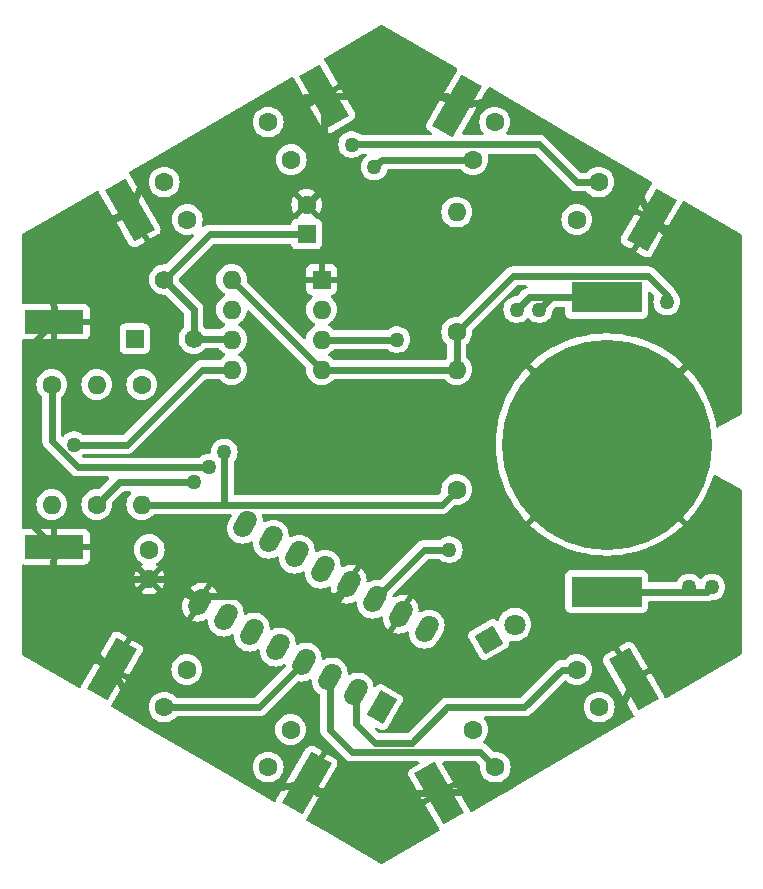
<source format=gtl>
G04 #@! TF.GenerationSoftware,KiCad,Pcbnew,7.0.9*
G04 #@! TF.CreationDate,2024-02-04T19:54:09+01:00*
G04 #@! TF.ProjectId,Toolbox,546f6f6c-626f-4782-9e6b-696361645f70,rev?*
G04 #@! TF.SameCoordinates,Original*
G04 #@! TF.FileFunction,Copper,L1,Top*
G04 #@! TF.FilePolarity,Positive*
%FSLAX46Y46*%
G04 Gerber Fmt 4.6, Leading zero omitted, Abs format (unit mm)*
G04 Created by KiCad (PCBNEW 7.0.9) date 2024-02-04 19:54:09*
%MOMM*%
%LPD*%
G01*
G04 APERTURE LIST*
G04 Aperture macros list*
%AMHorizOval*
0 Thick line with rounded ends*
0 $1 width*
0 $2 $3 position (X,Y) of the first rounded end (center of the circle)*
0 $4 $5 position (X,Y) of the second rounded end (center of the circle)*
0 Add line between two ends*
20,1,$1,$2,$3,$4,$5,0*
0 Add two circle primitives to create the rounded ends*
1,1,$1,$2,$3*
1,1,$1,$4,$5*%
%AMRotRect*
0 Rectangle, with rotation*
0 The origin of the aperture is its center*
0 $1 length*
0 $2 width*
0 $3 Rotation angle, in degrees counterclockwise*
0 Add horizontal line*
21,1,$1,$2,0,0,$3*%
G04 Aperture macros list end*
G04 #@! TA.AperFunction,SMDPad,CuDef*
%ADD10R,5.000000X2.000000*%
G04 #@! TD*
G04 #@! TA.AperFunction,SMDPad,CuDef*
%ADD11RotRect,2.000000X5.000000X30.000000*%
G04 #@! TD*
G04 #@! TA.AperFunction,SMDPad,CuDef*
%ADD12RotRect,2.000000X5.000000X210.000000*%
G04 #@! TD*
G04 #@! TA.AperFunction,SMDPad,CuDef*
%ADD13RotRect,2.000000X5.000000X330.000000*%
G04 #@! TD*
G04 #@! TA.AperFunction,SMDPad,CuDef*
%ADD14R,6.000000X2.650000*%
G04 #@! TD*
G04 #@! TA.AperFunction,SMDPad,CuDef*
%ADD15C,17.800000*%
G04 #@! TD*
G04 #@! TA.AperFunction,SMDPad,CuDef*
%ADD16RotRect,2.000000X5.000000X150.000000*%
G04 #@! TD*
G04 #@! TA.AperFunction,ComponentPad*
%ADD17C,1.600000*%
G04 #@! TD*
G04 #@! TA.AperFunction,ComponentPad*
%ADD18R,1.600000X1.600000*%
G04 #@! TD*
G04 #@! TA.AperFunction,ComponentPad*
%ADD19HorizOval,1.600000X0.000000X0.000000X0.000000X0.000000X0*%
G04 #@! TD*
G04 #@! TA.AperFunction,ComponentPad*
%ADD20HorizOval,1.600000X0.000000X0.000000X0.000000X0.000000X0*%
G04 #@! TD*
G04 #@! TA.AperFunction,ComponentPad*
%ADD21HorizOval,1.600000X0.000000X0.000000X0.000000X0.000000X0*%
G04 #@! TD*
G04 #@! TA.AperFunction,ComponentPad*
%ADD22O,1.600000X1.600000*%
G04 #@! TD*
G04 #@! TA.AperFunction,ComponentPad*
%ADD23RotRect,2.400000X1.600000X60.000000*%
G04 #@! TD*
G04 #@! TA.AperFunction,ComponentPad*
%ADD24HorizOval,1.600000X0.200000X0.346410X-0.200000X-0.346410X0*%
G04 #@! TD*
G04 #@! TA.AperFunction,ComponentPad*
%ADD25R,1.560000X1.560000*%
G04 #@! TD*
G04 #@! TA.AperFunction,ComponentPad*
%ADD26C,1.560000*%
G04 #@! TD*
G04 #@! TA.AperFunction,ComponentPad*
%ADD27C,1.800000*%
G04 #@! TD*
G04 #@! TA.AperFunction,ComponentPad*
%ADD28RotRect,1.800000X1.800000X30.000000*%
G04 #@! TD*
G04 #@! TA.AperFunction,ComponentPad*
%ADD29HorizOval,1.600000X0.000000X0.000000X0.000000X0.000000X0*%
G04 #@! TD*
G04 #@! TA.AperFunction,ViaPad*
%ADD30C,1.260000*%
G04 #@! TD*
G04 #@! TA.AperFunction,Conductor*
%ADD31C,0.600000*%
G04 #@! TD*
G04 APERTURE END LIST*
D10*
X72290000Y-108660000D03*
D11*
X121341558Y-119876110D03*
D12*
X95138442Y-70463890D03*
D13*
X77151558Y-119006110D03*
D14*
X119050000Y-87550000D03*
X119050000Y-112450000D03*
D15*
X119050000Y-100000000D03*
D12*
X78658442Y-80123890D03*
D16*
X106368442Y-71333890D03*
X122848442Y-80993890D03*
D11*
X104861558Y-129536110D03*
D10*
X72290000Y-89600000D03*
D13*
X93631558Y-128666110D03*
D17*
X93650000Y-79680000D03*
D18*
X93650000Y-82180000D03*
D19*
X90383818Y-127305000D03*
D17*
X81585000Y-122225000D03*
X109616182Y-127305000D03*
D20*
X118415000Y-122225000D03*
D21*
X83490000Y-119050000D03*
D17*
X92288818Y-124130000D03*
D20*
X92334409Y-75870000D03*
D17*
X83535591Y-80950000D03*
D22*
X106350000Y-93650000D03*
D17*
X106350000Y-103810000D03*
X79680000Y-94920000D03*
D22*
X79680000Y-105080000D03*
D23*
X100000000Y-122225000D03*
D24*
X97800295Y-120955000D03*
X95600591Y-119685000D03*
X93400886Y-118415000D03*
X91201182Y-117145000D03*
X89001477Y-115875000D03*
X86801773Y-114605000D03*
X84602068Y-113335000D03*
X88412068Y-106735886D03*
X90611773Y-108005886D03*
X92811477Y-109275886D03*
X95011182Y-110545886D03*
X97210886Y-111815886D03*
X99410591Y-113085886D03*
X101610295Y-114355886D03*
X103810000Y-115625886D03*
D22*
X106350000Y-80315000D03*
D17*
X106350000Y-90475000D03*
X72060000Y-94920000D03*
D22*
X72060000Y-105080000D03*
D18*
X94910000Y-86040000D03*
D22*
X94910000Y-88580000D03*
X94910000Y-91120000D03*
X94910000Y-93660000D03*
X87290000Y-93660000D03*
X87290000Y-91120000D03*
X87290000Y-88580000D03*
X87290000Y-86040000D03*
D17*
X107711182Y-75870000D03*
D19*
X116510000Y-80950000D03*
D25*
X79085000Y-91030000D03*
D26*
X81585000Y-86030000D03*
X84085000Y-91030000D03*
D22*
X75870000Y-94920000D03*
D17*
X75870000Y-105080000D03*
D27*
X111255523Y-115242500D03*
D28*
X109055818Y-116512500D03*
D29*
X81585000Y-77775000D03*
D17*
X90383818Y-72695000D03*
D29*
X107711182Y-124130000D03*
D17*
X116510000Y-119050000D03*
X118369409Y-77775000D03*
D21*
X109570591Y-72695000D03*
D17*
X80315000Y-111390000D03*
X80315000Y-108890000D03*
D30*
X127940000Y-112065000D03*
X126035000Y-112065000D03*
X111430000Y-88570000D03*
X113335000Y-88570000D03*
X105715000Y-108890000D03*
X101270000Y-91110000D03*
X99365000Y-76505000D03*
X86665000Y-100635000D03*
X85395000Y-101905000D03*
X97460000Y-74600000D03*
X73965000Y-100000000D03*
X84125000Y-103175000D03*
X124130000Y-87935000D03*
D31*
X105080000Y-105080000D02*
X86665000Y-105080000D01*
X106350000Y-103810000D02*
X105080000Y-105080000D01*
X106350000Y-93650000D02*
X94920000Y-93650000D01*
X127555000Y-112450000D02*
X127940000Y-112065000D01*
X119050000Y-112450000D02*
X127555000Y-112450000D01*
X125650000Y-112450000D02*
X126035000Y-112065000D01*
X119050000Y-112450000D02*
X125650000Y-112450000D01*
X112450000Y-87550000D02*
X111430000Y-88570000D01*
X119050000Y-87550000D02*
X112450000Y-87550000D01*
X114355000Y-87550000D02*
X113335000Y-88570000D01*
X119050000Y-87550000D02*
X114355000Y-87550000D01*
X103606477Y-108890000D02*
X99410591Y-113085886D01*
X105715000Y-108890000D02*
X103606477Y-108890000D01*
X101270000Y-91110000D02*
X101260000Y-91120000D01*
X101260000Y-91120000D02*
X94910000Y-91120000D01*
X100000000Y-75870000D02*
X107711182Y-75870000D01*
X99365000Y-76505000D02*
X100000000Y-75870000D01*
X86665000Y-100635000D02*
X86665000Y-105080000D01*
X86665000Y-105080000D02*
X79680000Y-105080000D01*
X72060000Y-99693062D02*
X72060000Y-94920000D01*
X74271938Y-101905000D02*
X72060000Y-99693062D01*
X85395000Y-101905000D02*
X74271938Y-101905000D01*
X113305000Y-74570000D02*
X116510000Y-77775000D01*
X97490000Y-74570000D02*
X113305000Y-74570000D01*
X97460000Y-74600000D02*
X97490000Y-74570000D01*
X116510000Y-77775000D02*
X118369409Y-77775000D01*
X84750000Y-93660000D02*
X78410000Y-100000000D01*
X78410000Y-100000000D02*
X73965000Y-100000000D01*
X87290000Y-93660000D02*
X84750000Y-93660000D01*
X87290000Y-86040000D02*
X94910000Y-93660000D01*
X77775000Y-103175000D02*
X75870000Y-105080000D01*
X84125000Y-103175000D02*
X77775000Y-103175000D01*
X85073550Y-112863518D02*
X84602068Y-113335000D01*
X96163254Y-112863518D02*
X85073550Y-112863518D01*
X97210886Y-111815886D02*
X96163254Y-112863518D01*
X95138442Y-78191558D02*
X93650000Y-79680000D01*
X95138442Y-70463890D02*
X95138442Y-78191558D01*
X124130000Y-87935000D02*
X124130000Y-87305000D01*
X124130000Y-87305000D02*
X122550000Y-85725000D01*
X122550000Y-85725000D02*
X111100000Y-85725000D01*
X111100000Y-85725000D02*
X106350000Y-90475000D01*
X99410591Y-125235000D02*
X97800295Y-123624704D01*
X102540000Y-125235000D02*
X99410591Y-125235000D01*
X105550000Y-122225000D02*
X102540000Y-125235000D01*
X112065000Y-122225000D02*
X105550000Y-122225000D01*
X97800295Y-123624704D02*
X97800295Y-120955000D01*
X115240000Y-119050000D02*
X112065000Y-122225000D01*
X116510000Y-119050000D02*
X115240000Y-119050000D01*
X97460000Y-126035000D02*
X95600591Y-124175591D01*
X95600591Y-124175591D02*
X95600591Y-119685000D01*
X108346182Y-126035000D02*
X97460000Y-126035000D01*
X109616182Y-127305000D02*
X108346182Y-126035000D01*
X72802401Y-111390000D02*
X72207401Y-110795000D01*
X72207401Y-110795000D02*
X72060000Y-114605000D01*
X72290000Y-108660000D02*
X72207401Y-110795000D01*
X80315000Y-111390000D02*
X72802401Y-111390000D01*
X80315000Y-111390000D02*
X82657068Y-111390000D01*
X82657068Y-111390000D02*
X84602068Y-113335000D01*
X119685000Y-123495000D02*
X121341558Y-119876110D01*
X110160000Y-129210000D02*
X119685000Y-123495000D01*
X104861558Y-129536110D02*
X110160000Y-129210000D01*
X89840000Y-129210000D02*
X93631558Y-128666110D01*
X79739037Y-123393794D02*
X89840000Y-129210000D01*
X77151558Y-119006110D02*
X79739037Y-123393794D01*
X72060000Y-114605000D02*
X77151558Y-119006110D01*
X72060000Y-84125000D02*
X72290000Y-89600000D01*
X78658442Y-80123890D02*
X72060000Y-84125000D01*
X80315000Y-76505000D02*
X78658442Y-80123890D01*
X90475000Y-70790000D02*
X80315000Y-76505000D01*
X95138442Y-70463890D02*
X90475000Y-70790000D01*
X109525000Y-70790000D02*
X106368442Y-71333890D01*
X120955000Y-77140000D02*
X109525000Y-70790000D01*
X122848442Y-80993890D02*
X120955000Y-77140000D01*
X70155000Y-106525000D02*
X72290000Y-108660000D01*
X70155000Y-91735000D02*
X70155000Y-106525000D01*
X72290000Y-89600000D02*
X70155000Y-91735000D01*
X127305000Y-91745000D02*
X119050000Y-100000000D01*
X127305000Y-85395000D02*
X127305000Y-91745000D01*
X127249552Y-85395000D02*
X127305000Y-85395000D01*
X122848442Y-80993890D02*
X127249552Y-85395000D01*
X95138442Y-70463890D02*
X105498442Y-70463890D01*
X105498442Y-70463890D02*
X106368442Y-71333890D01*
X89590886Y-122225000D02*
X93400886Y-118415000D01*
X81585000Y-122225000D02*
X89590886Y-122225000D01*
X104861558Y-129536110D02*
X94501558Y-129536110D01*
X94920000Y-93650000D02*
X94910000Y-93660000D01*
X106350000Y-90475000D02*
X106350000Y-93650000D01*
X85435000Y-82180000D02*
X93650000Y-82180000D01*
X81585000Y-86030000D02*
X85435000Y-82180000D01*
X84085000Y-88530000D02*
X81585000Y-86030000D01*
X84085000Y-91030000D02*
X84085000Y-88530000D01*
X87200000Y-91030000D02*
X87290000Y-91120000D01*
X84085000Y-91030000D02*
X87200000Y-91030000D01*
X94501558Y-129536110D02*
X93631558Y-128666110D01*
G04 #@! TA.AperFunction,Conductor*
G36*
X100062478Y-64477023D02*
G01*
X106345787Y-68142287D01*
X106393774Y-68193068D01*
X106406690Y-68261733D01*
X106382226Y-68322055D01*
X106383210Y-68322773D01*
X106343323Y-68377398D01*
X106343313Y-68377412D01*
X105194403Y-70367383D01*
X105194403Y-70367384D01*
X106602560Y-71180384D01*
X106650776Y-71230951D01*
X106663999Y-71299558D01*
X106647947Y-71349771D01*
X106521947Y-71568009D01*
X106471380Y-71616225D01*
X106402773Y-71629448D01*
X106352560Y-71613396D01*
X104944403Y-70800396D01*
X104944402Y-70800396D01*
X103795492Y-72790369D01*
X103771258Y-72845149D01*
X103747417Y-72986930D01*
X103747416Y-72986932D01*
X103764487Y-73129695D01*
X103821083Y-73261861D01*
X103912627Y-73372734D01*
X103912629Y-73372735D01*
X103960988Y-73408046D01*
X103961002Y-73408056D01*
X104186268Y-73538113D01*
X104234484Y-73588680D01*
X104247707Y-73657287D01*
X104221739Y-73722152D01*
X104164825Y-73762680D01*
X104124268Y-73769500D01*
X98275080Y-73769500D01*
X98208041Y-73749815D01*
X98191542Y-73737137D01*
X98144197Y-73693977D01*
X98144195Y-73693975D01*
X97966069Y-73583684D01*
X97966063Y-73583682D01*
X97770701Y-73507998D01*
X97564756Y-73469500D01*
X97355244Y-73469500D01*
X97149299Y-73507998D01*
X97025752Y-73555860D01*
X96953936Y-73583682D01*
X96953930Y-73583684D01*
X96775805Y-73693974D01*
X96775800Y-73693978D01*
X96620976Y-73835118D01*
X96620973Y-73835121D01*
X96494712Y-74002318D01*
X96401328Y-74189856D01*
X96401323Y-74189869D01*
X96343987Y-74391381D01*
X96324657Y-74599999D01*
X96324657Y-74600000D01*
X96343987Y-74808618D01*
X96401323Y-75010130D01*
X96401328Y-75010143D01*
X96494712Y-75197681D01*
X96620973Y-75364878D01*
X96620976Y-75364881D01*
X96775800Y-75506021D01*
X96775805Y-75506025D01*
X96953930Y-75616315D01*
X96953931Y-75616315D01*
X96953934Y-75616317D01*
X97149299Y-75692002D01*
X97355244Y-75730500D01*
X97355246Y-75730500D01*
X97564754Y-75730500D01*
X97564756Y-75730500D01*
X97770701Y-75692002D01*
X97966066Y-75616317D01*
X98110975Y-75526593D01*
X98144194Y-75506025D01*
X98144194Y-75506024D01*
X98144197Y-75506023D01*
X98257359Y-75402862D01*
X98320163Y-75372246D01*
X98340897Y-75370500D01*
X98613991Y-75370500D01*
X98681030Y-75390185D01*
X98726785Y-75442989D01*
X98736729Y-75512147D01*
X98707704Y-75575703D01*
X98685010Y-75595035D01*
X98685378Y-75595522D01*
X98680800Y-75598978D01*
X98525976Y-75740118D01*
X98525973Y-75740121D01*
X98399712Y-75907318D01*
X98306328Y-76094856D01*
X98306323Y-76094869D01*
X98248987Y-76296381D01*
X98229657Y-76504999D01*
X98229657Y-76505000D01*
X98248987Y-76713618D01*
X98306323Y-76915130D01*
X98306328Y-76915143D01*
X98399712Y-77102681D01*
X98525973Y-77269878D01*
X98525976Y-77269881D01*
X98680800Y-77411021D01*
X98680805Y-77411025D01*
X98858930Y-77521315D01*
X98858931Y-77521315D01*
X98858934Y-77521317D01*
X99054299Y-77597002D01*
X99260244Y-77635500D01*
X99260246Y-77635500D01*
X99469754Y-77635500D01*
X99469756Y-77635500D01*
X99675701Y-77597002D01*
X99871066Y-77521317D01*
X100049197Y-77411023D01*
X100204029Y-77269876D01*
X100330288Y-77102681D01*
X100423676Y-76915133D01*
X100467654Y-76760564D01*
X100504933Y-76701472D01*
X100568243Y-76671915D01*
X100586920Y-76670500D01*
X106621133Y-76670500D01*
X106688172Y-76690185D01*
X106708814Y-76706819D01*
X106872040Y-76870045D01*
X106872043Y-76870047D01*
X107058448Y-77000568D01*
X107264686Y-77096739D01*
X107484490Y-77155635D01*
X107618942Y-77167398D01*
X107711180Y-77175468D01*
X107711182Y-77175468D01*
X107711184Y-77175468D01*
X107767855Y-77170509D01*
X107937874Y-77155635D01*
X108157678Y-77096739D01*
X108363916Y-77000568D01*
X108550321Y-76870047D01*
X108711229Y-76709139D01*
X108841750Y-76522734D01*
X108937921Y-76316496D01*
X108996817Y-76096692D01*
X109016650Y-75870000D01*
X108996817Y-75643308D01*
X108983490Y-75593573D01*
X108965544Y-75526593D01*
X108967207Y-75456743D01*
X109006370Y-75398881D01*
X109070599Y-75371377D01*
X109085319Y-75370500D01*
X112922060Y-75370500D01*
X112989099Y-75390185D01*
X113009741Y-75406819D01*
X116007740Y-78404818D01*
X116020790Y-78413017D01*
X116043104Y-78427038D01*
X116048757Y-78431049D01*
X116081413Y-78457091D01*
X116119044Y-78475213D01*
X116125106Y-78478563D01*
X116154524Y-78497048D01*
X116160478Y-78500789D01*
X116199898Y-78514583D01*
X116206326Y-78517245D01*
X116243939Y-78535359D01*
X116284655Y-78544652D01*
X116291324Y-78546574D01*
X116330745Y-78560368D01*
X116372251Y-78565044D01*
X116379076Y-78566203D01*
X116419805Y-78575500D01*
X116465046Y-78575500D01*
X117279360Y-78575500D01*
X117346399Y-78595185D01*
X117367041Y-78611819D01*
X117530267Y-78775045D01*
X117530270Y-78775047D01*
X117716675Y-78905568D01*
X117922913Y-79001739D01*
X118142717Y-79060635D01*
X118304639Y-79074801D01*
X118369407Y-79080468D01*
X118369409Y-79080468D01*
X118369411Y-79080468D01*
X118426082Y-79075509D01*
X118596101Y-79060635D01*
X118815905Y-79001739D01*
X119022143Y-78905568D01*
X119208548Y-78775047D01*
X119369456Y-78614139D01*
X119499977Y-78427734D01*
X119596148Y-78221496D01*
X119655044Y-78001692D01*
X119674877Y-77775000D01*
X119655044Y-77548308D01*
X119596148Y-77328504D01*
X119499977Y-77122266D01*
X119382728Y-76954815D01*
X119369454Y-76935858D01*
X119208550Y-76774954D01*
X119022143Y-76644432D01*
X119022141Y-76644431D01*
X118815906Y-76548261D01*
X118815897Y-76548258D01*
X118596106Y-76489366D01*
X118596102Y-76489365D01*
X118596101Y-76489365D01*
X118596100Y-76489364D01*
X118596095Y-76489364D01*
X118369411Y-76469532D01*
X118369407Y-76469532D01*
X118142722Y-76489364D01*
X118142711Y-76489366D01*
X117922920Y-76548258D01*
X117922911Y-76548261D01*
X117716676Y-76644431D01*
X117716674Y-76644432D01*
X117530267Y-76774954D01*
X117367041Y-76938181D01*
X117305718Y-76971666D01*
X117279360Y-76974500D01*
X116892940Y-76974500D01*
X116825901Y-76954815D01*
X116805259Y-76938181D01*
X113807262Y-73940184D01*
X113807259Y-73940182D01*
X113771904Y-73917966D01*
X113766229Y-73913940D01*
X113733589Y-73887910D01*
X113695959Y-73869787D01*
X113689872Y-73866422D01*
X113654525Y-73844212D01*
X113615114Y-73830421D01*
X113608688Y-73827759D01*
X113571061Y-73809639D01*
X113530345Y-73800345D01*
X113523662Y-73798420D01*
X113484259Y-73784632D01*
X113442763Y-73779955D01*
X113435908Y-73778791D01*
X113395200Y-73769501D01*
X113395196Y-73769500D01*
X113395194Y-73769500D01*
X113395191Y-73769500D01*
X110634640Y-73769500D01*
X110567601Y-73749815D01*
X110521846Y-73697011D01*
X110511902Y-73627853D01*
X110540927Y-73564297D01*
X110546959Y-73557819D01*
X110570636Y-73534141D01*
X110570638Y-73534139D01*
X110701159Y-73347734D01*
X110797330Y-73141496D01*
X110856226Y-72921692D01*
X110876059Y-72695000D01*
X110856226Y-72468308D01*
X110797330Y-72248504D01*
X110701159Y-72042266D01*
X110570638Y-71855861D01*
X110570636Y-71855858D01*
X110409732Y-71694954D01*
X110223325Y-71564432D01*
X110223323Y-71564431D01*
X110017088Y-71468261D01*
X110017079Y-71468258D01*
X109797288Y-71409366D01*
X109797284Y-71409365D01*
X109797283Y-71409365D01*
X109797282Y-71409364D01*
X109797277Y-71409364D01*
X109570593Y-71389532D01*
X109570589Y-71389532D01*
X109343904Y-71409364D01*
X109343893Y-71409366D01*
X109124102Y-71468258D01*
X109124093Y-71468261D01*
X108917858Y-71564431D01*
X108917856Y-71564432D01*
X108731449Y-71694954D01*
X108570545Y-71855858D01*
X108440023Y-72042265D01*
X108440022Y-72042267D01*
X108343852Y-72248502D01*
X108343849Y-72248511D01*
X108284957Y-72468302D01*
X108284955Y-72468313D01*
X108265123Y-72694998D01*
X108265123Y-72695001D01*
X108284955Y-72921686D01*
X108284957Y-72921697D01*
X108343849Y-73141488D01*
X108343852Y-73141497D01*
X108440022Y-73347732D01*
X108440023Y-73347734D01*
X108570545Y-73534141D01*
X108594223Y-73557819D01*
X108627708Y-73619142D01*
X108622724Y-73688834D01*
X108580852Y-73744767D01*
X108515388Y-73769184D01*
X108506542Y-73769500D01*
X106909067Y-73769500D01*
X106842028Y-73749815D01*
X106796273Y-73697011D01*
X106786329Y-73627853D01*
X106801680Y-73583500D01*
X108941392Y-69877410D01*
X108941394Y-69877404D01*
X108963010Y-69828542D01*
X109008133Y-69775197D01*
X109074933Y-69754715D01*
X109138888Y-69771596D01*
X115992437Y-73769500D01*
X122857165Y-77773925D01*
X122905154Y-77824708D01*
X122918070Y-77893373D01*
X122891812Y-77958121D01*
X122873636Y-77976652D01*
X122858636Y-77989036D01*
X122858634Y-77989039D01*
X122823323Y-78037398D01*
X122823313Y-78037412D01*
X121674403Y-80027383D01*
X121674403Y-80027384D01*
X122771070Y-80660545D01*
X122771076Y-80660547D01*
X124272479Y-81527382D01*
X124272480Y-81527382D01*
X125421395Y-79537403D01*
X125445625Y-79482630D01*
X125446306Y-79478582D01*
X125447705Y-79475700D01*
X125447856Y-79475200D01*
X125447937Y-79475224D01*
X125476834Y-79415735D01*
X125536494Y-79379370D01*
X125606344Y-79381032D01*
X125631065Y-79392033D01*
X130417980Y-82184400D01*
X130465969Y-82235183D01*
X130479500Y-82291509D01*
X130479500Y-97386743D01*
X130459815Y-97453782D01*
X130415720Y-97495139D01*
X128506792Y-98555653D01*
X128438629Y-98571002D01*
X128372988Y-98547064D01*
X128330710Y-98491437D01*
X128324228Y-98467456D01*
X128274319Y-98165158D01*
X128274319Y-98165159D01*
X128134566Y-97565792D01*
X127955914Y-96976857D01*
X127955914Y-96976856D01*
X127739121Y-96400851D01*
X127485120Y-95840258D01*
X127195001Y-95297484D01*
X127195002Y-95297484D01*
X126870006Y-94774848D01*
X126511517Y-94274576D01*
X126511517Y-94274577D01*
X126121083Y-93798832D01*
X126121082Y-93798832D01*
X125871354Y-93532199D01*
X119403553Y-100000000D01*
X125871354Y-106467800D01*
X126121076Y-106201176D01*
X126121076Y-106201175D01*
X126511517Y-105725423D01*
X126511517Y-105725424D01*
X126870006Y-105225152D01*
X127195002Y-104702516D01*
X127195001Y-104702516D01*
X127485120Y-104159742D01*
X127739121Y-103599149D01*
X127955914Y-103023144D01*
X128070930Y-102643978D01*
X128109227Y-102585540D01*
X128173039Y-102557083D01*
X128242106Y-102567643D01*
X128249805Y-102571574D01*
X130415721Y-103774860D01*
X130464763Y-103824624D01*
X130479500Y-103883255D01*
X130479500Y-117708489D01*
X130459815Y-117775528D01*
X130417980Y-117815598D01*
X124125565Y-121486173D01*
X124057739Y-121502949D01*
X123991611Y-121480392D01*
X123948175Y-121425665D01*
X123940801Y-121399625D01*
X123938739Y-121387366D01*
X123914507Y-121332589D01*
X123914508Y-121332589D01*
X122765596Y-119342616D01*
X122765595Y-119342616D01*
X121357439Y-120155616D01*
X121289539Y-120172089D01*
X121223512Y-120149236D01*
X121188052Y-120110229D01*
X121008215Y-119798744D01*
X121008213Y-119798738D01*
X119625052Y-117403033D01*
X119625051Y-117403033D01*
X118934118Y-117801943D01*
X118934104Y-117801953D01*
X118885745Y-117837264D01*
X118885743Y-117837265D01*
X118794199Y-117948138D01*
X118737603Y-118080304D01*
X118720532Y-118223067D01*
X118720533Y-118223069D01*
X118744374Y-118364850D01*
X118768604Y-118419623D01*
X121316429Y-122832587D01*
X121316439Y-122832601D01*
X121351750Y-122880960D01*
X121351755Y-122880965D01*
X121373148Y-122898629D01*
X121412311Y-122956491D01*
X121413974Y-123026341D01*
X121377609Y-123086002D01*
X121356679Y-123101357D01*
X107635176Y-131105567D01*
X107567350Y-131122343D01*
X107501222Y-131099786D01*
X107459297Y-131048624D01*
X107434512Y-130992597D01*
X107434508Y-130992589D01*
X106285596Y-129002616D01*
X106285595Y-129002616D01*
X104806506Y-129856569D01*
X104806502Y-129856570D01*
X103687519Y-130502614D01*
X103687519Y-130502615D01*
X104836429Y-132492587D01*
X104836439Y-132492601D01*
X104871750Y-132540960D01*
X104872153Y-132541388D01*
X104872360Y-132541795D01*
X104876326Y-132547227D01*
X104875445Y-132547869D01*
X104903798Y-132603681D01*
X104896742Y-132673193D01*
X104853224Y-132727856D01*
X104844381Y-132733530D01*
X100062479Y-135522974D01*
X99994653Y-135539750D01*
X99937519Y-135522974D01*
X95155615Y-132733530D01*
X93654214Y-131857712D01*
X93606226Y-131806930D01*
X93593310Y-131738265D01*
X93617772Y-131677944D01*
X93616790Y-131677227D01*
X93656676Y-131622601D01*
X93656686Y-131622587D01*
X94805595Y-129632615D01*
X94805595Y-129632614D01*
X93661065Y-128971820D01*
X93661062Y-128971819D01*
X93397438Y-128819615D01*
X93349222Y-128769048D01*
X93336000Y-128700441D01*
X93352051Y-128650228D01*
X93395713Y-128574603D01*
X93973063Y-128574603D01*
X95055595Y-129199602D01*
X95055596Y-129199602D01*
X96204511Y-127209623D01*
X96228741Y-127154850D01*
X96252582Y-127013069D01*
X96252583Y-127013067D01*
X96235512Y-126870304D01*
X96178916Y-126738138D01*
X96087372Y-126627265D01*
X96087370Y-126627264D01*
X96039011Y-126591953D01*
X96038997Y-126591943D01*
X95348063Y-126193033D01*
X95348062Y-126193033D01*
X93973063Y-128574602D01*
X93973063Y-128574603D01*
X93395713Y-128574603D01*
X94915050Y-125943033D01*
X94915050Y-125943032D01*
X94224116Y-125544122D01*
X94169336Y-125519888D01*
X94027555Y-125496047D01*
X94027553Y-125496046D01*
X93884790Y-125513117D01*
X93752624Y-125569713D01*
X93641751Y-125661257D01*
X93641750Y-125661259D01*
X93606439Y-125709618D01*
X93606429Y-125709632D01*
X91058603Y-130122598D01*
X91036988Y-130171459D01*
X90991863Y-130224803D01*
X90925062Y-130245283D01*
X90861109Y-130228401D01*
X85849566Y-127305001D01*
X89078350Y-127305001D01*
X89098182Y-127531686D01*
X89098184Y-127531697D01*
X89157076Y-127751488D01*
X89157079Y-127751497D01*
X89253249Y-127957732D01*
X89253250Y-127957734D01*
X89383772Y-128144141D01*
X89544676Y-128305045D01*
X89544679Y-128305047D01*
X89731084Y-128435568D01*
X89937322Y-128531739D01*
X90157126Y-128590635D01*
X90319048Y-128604801D01*
X90383816Y-128610468D01*
X90383818Y-128610468D01*
X90383820Y-128610468D01*
X90440491Y-128605509D01*
X90610510Y-128590635D01*
X90830314Y-128531739D01*
X91036552Y-128435568D01*
X91222957Y-128305047D01*
X91383865Y-128144139D01*
X91514386Y-127957734D01*
X91610557Y-127751496D01*
X91669453Y-127531692D01*
X91689286Y-127305000D01*
X91669453Y-127078308D01*
X91610557Y-126858504D01*
X91514386Y-126652266D01*
X91383865Y-126465861D01*
X91383863Y-126465858D01*
X91222959Y-126304954D01*
X91036552Y-126174432D01*
X91036550Y-126174431D01*
X90830315Y-126078261D01*
X90830306Y-126078258D01*
X90610515Y-126019366D01*
X90610511Y-126019365D01*
X90610510Y-126019365D01*
X90610509Y-126019364D01*
X90610504Y-126019364D01*
X90383820Y-125999532D01*
X90383816Y-125999532D01*
X90157131Y-126019364D01*
X90157120Y-126019366D01*
X89937329Y-126078258D01*
X89937320Y-126078261D01*
X89731085Y-126174431D01*
X89731083Y-126174432D01*
X89544676Y-126304954D01*
X89383772Y-126465858D01*
X89253250Y-126652265D01*
X89253249Y-126652267D01*
X89157079Y-126858502D01*
X89157076Y-126858511D01*
X89098184Y-127078302D01*
X89098182Y-127078313D01*
X89078350Y-127304998D01*
X89078350Y-127305001D01*
X85849566Y-127305001D01*
X80406709Y-124130001D01*
X90983350Y-124130001D01*
X91003182Y-124356686D01*
X91003184Y-124356697D01*
X91062076Y-124576488D01*
X91062079Y-124576497D01*
X91158249Y-124782732D01*
X91158250Y-124782734D01*
X91288772Y-124969141D01*
X91449676Y-125130045D01*
X91449679Y-125130047D01*
X91636084Y-125260568D01*
X91842322Y-125356739D01*
X92062126Y-125415635D01*
X92224048Y-125429801D01*
X92288816Y-125435468D01*
X92288818Y-125435468D01*
X92288820Y-125435468D01*
X92345491Y-125430509D01*
X92515510Y-125415635D01*
X92735314Y-125356739D01*
X92941552Y-125260568D01*
X93127957Y-125130047D01*
X93288865Y-124969139D01*
X93419386Y-124782734D01*
X93515557Y-124576496D01*
X93574453Y-124356692D01*
X93594286Y-124130000D01*
X93574453Y-123903308D01*
X93515557Y-123683504D01*
X93419386Y-123477266D01*
X93288865Y-123290861D01*
X93288863Y-123290858D01*
X93127959Y-123129954D01*
X92941552Y-122999432D01*
X92941550Y-122999431D01*
X92735315Y-122903261D01*
X92735306Y-122903258D01*
X92515515Y-122844366D01*
X92515511Y-122844365D01*
X92515510Y-122844365D01*
X92515509Y-122844364D01*
X92515504Y-122844364D01*
X92288820Y-122824532D01*
X92288816Y-122824532D01*
X92062131Y-122844364D01*
X92062120Y-122844366D01*
X91842329Y-122903258D01*
X91842320Y-122903261D01*
X91636085Y-122999431D01*
X91636083Y-122999432D01*
X91449676Y-123129954D01*
X91288772Y-123290858D01*
X91158250Y-123477265D01*
X91158249Y-123477267D01*
X91062079Y-123683502D01*
X91062076Y-123683511D01*
X91003184Y-123903302D01*
X91003182Y-123903313D01*
X90983350Y-124129998D01*
X90983350Y-124130001D01*
X80406709Y-124130001D01*
X77142835Y-122226074D01*
X77141821Y-122225001D01*
X80279532Y-122225001D01*
X80299364Y-122451686D01*
X80299366Y-122451697D01*
X80358258Y-122671488D01*
X80358261Y-122671497D01*
X80454431Y-122877732D01*
X80454432Y-122877734D01*
X80584954Y-123064141D01*
X80745858Y-123225045D01*
X80745861Y-123225047D01*
X80932266Y-123355568D01*
X81138504Y-123451739D01*
X81358308Y-123510635D01*
X81520230Y-123524801D01*
X81584998Y-123530468D01*
X81585000Y-123530468D01*
X81585002Y-123530468D01*
X81641673Y-123525509D01*
X81811692Y-123510635D01*
X82031496Y-123451739D01*
X82237734Y-123355568D01*
X82424139Y-123225047D01*
X82482039Y-123167147D01*
X82587368Y-123061819D01*
X82648691Y-123028334D01*
X82675049Y-123025500D01*
X89681080Y-123025500D01*
X89721791Y-123016208D01*
X89728646Y-123015043D01*
X89770141Y-123010368D01*
X89809566Y-122996571D01*
X89816207Y-122994658D01*
X89856947Y-122985360D01*
X89894579Y-122967236D01*
X89900991Y-122964580D01*
X89940408Y-122950789D01*
X89975775Y-122928565D01*
X89981847Y-122925209D01*
X90019473Y-122907091D01*
X90052122Y-122881052D01*
X90057781Y-122877037D01*
X90093148Y-122854816D01*
X90220702Y-122727262D01*
X90220702Y-122727261D01*
X92866259Y-120081703D01*
X92927580Y-120048220D01*
X92968726Y-120047404D01*
X92968799Y-120046573D01*
X92974192Y-120047044D01*
X92974193Y-120047045D01*
X93046319Y-120053355D01*
X93200884Y-120066878D01*
X93200886Y-120066878D01*
X93200888Y-120066878D01*
X93230269Y-120064307D01*
X93427578Y-120047046D01*
X93647382Y-119988149D01*
X93853619Y-119891978D01*
X93906052Y-119855264D01*
X93972256Y-119832938D01*
X94040023Y-119849948D01*
X94087836Y-119900896D01*
X94100701Y-119967647D01*
X94095123Y-120031407D01*
X94095123Y-120031412D01*
X94096753Y-120050045D01*
X94114955Y-120258102D01*
X94148127Y-120381899D01*
X94173853Y-120477909D01*
X94270019Y-120684136D01*
X94270021Y-120684139D01*
X94270023Y-120684143D01*
X94400544Y-120870549D01*
X94400545Y-120870550D01*
X94400546Y-120870551D01*
X94561450Y-121031455D01*
X94747214Y-121161528D01*
X94790839Y-121216105D01*
X94800091Y-121263103D01*
X94800091Y-124265782D01*
X94800092Y-124265791D01*
X94809382Y-124306499D01*
X94810546Y-124313354D01*
X94815223Y-124354850D01*
X94829011Y-124394253D01*
X94830936Y-124400936D01*
X94840230Y-124441652D01*
X94858350Y-124479279D01*
X94861012Y-124485705D01*
X94874803Y-124525116D01*
X94897013Y-124560463D01*
X94900378Y-124566550D01*
X94918501Y-124604180D01*
X94944531Y-124636820D01*
X94948557Y-124642495D01*
X94970773Y-124677850D01*
X94970775Y-124677853D01*
X96957740Y-126664818D01*
X96970790Y-126673017D01*
X96993104Y-126687038D01*
X96998757Y-126691049D01*
X97031413Y-126717091D01*
X97069044Y-126735213D01*
X97075106Y-126738563D01*
X97110478Y-126760789D01*
X97149898Y-126774583D01*
X97156326Y-126777245D01*
X97193939Y-126795359D01*
X97234655Y-126804652D01*
X97241324Y-126806574D01*
X97280745Y-126820368D01*
X97322251Y-126825044D01*
X97329076Y-126826203D01*
X97369805Y-126835500D01*
X97415046Y-126835500D01*
X103076378Y-126835500D01*
X103143417Y-126855185D01*
X103189172Y-126907989D01*
X103199116Y-126977147D01*
X103170091Y-127040703D01*
X103138378Y-127066887D01*
X102454118Y-127461943D01*
X102454104Y-127461953D01*
X102405745Y-127497264D01*
X102405743Y-127497265D01*
X102314199Y-127608138D01*
X102257603Y-127740304D01*
X102240532Y-127883067D01*
X102240533Y-127883069D01*
X102264374Y-128024850D01*
X102288608Y-128079630D01*
X102288607Y-128079630D01*
X103437518Y-130069602D01*
X103437519Y-130069602D01*
X104953064Y-129194604D01*
X106035595Y-128569604D01*
X106035595Y-128569603D01*
X105141798Y-127021500D01*
X105125325Y-126953600D01*
X105148178Y-126887573D01*
X105203099Y-126844382D01*
X105249185Y-126835500D01*
X107963242Y-126835500D01*
X108030281Y-126855185D01*
X108050923Y-126871819D01*
X108283776Y-127104672D01*
X108317261Y-127165995D01*
X108319623Y-127203160D01*
X108310714Y-127304997D01*
X108310714Y-127305001D01*
X108330546Y-127531686D01*
X108330548Y-127531697D01*
X108389440Y-127751488D01*
X108389443Y-127751497D01*
X108485613Y-127957732D01*
X108485614Y-127957734D01*
X108616136Y-128144141D01*
X108777040Y-128305045D01*
X108777043Y-128305047D01*
X108963448Y-128435568D01*
X109169686Y-128531739D01*
X109389490Y-128590635D01*
X109551412Y-128604801D01*
X109616180Y-128610468D01*
X109616182Y-128610468D01*
X109616184Y-128610468D01*
X109672855Y-128605509D01*
X109842874Y-128590635D01*
X110062678Y-128531739D01*
X110268916Y-128435568D01*
X110455321Y-128305047D01*
X110616229Y-128144139D01*
X110746750Y-127957734D01*
X110842921Y-127751496D01*
X110901817Y-127531692D01*
X110921650Y-127305000D01*
X110901817Y-127078308D01*
X110842921Y-126858504D01*
X110746750Y-126652266D01*
X110616229Y-126465861D01*
X110616227Y-126465858D01*
X110455323Y-126304954D01*
X110268916Y-126174432D01*
X110268914Y-126174431D01*
X110062679Y-126078261D01*
X110062670Y-126078258D01*
X109842879Y-126019366D01*
X109842875Y-126019365D01*
X109842874Y-126019365D01*
X109842873Y-126019364D01*
X109842868Y-126019364D01*
X109616184Y-125999532D01*
X109616180Y-125999532D01*
X109514342Y-126008441D01*
X109445842Y-125994674D01*
X109415854Y-125972594D01*
X108848444Y-125405184D01*
X108848441Y-125405182D01*
X108813086Y-125382966D01*
X108807411Y-125378940D01*
X108774771Y-125352910D01*
X108737141Y-125334787D01*
X108731054Y-125331422D01*
X108695707Y-125309212D01*
X108691154Y-125307618D01*
X108656289Y-125295418D01*
X108649868Y-125292758D01*
X108630309Y-125283339D01*
X108578449Y-125236516D01*
X108560137Y-125169089D01*
X108581185Y-125102465D01*
X108596425Y-125083942D01*
X108711229Y-124969139D01*
X108841750Y-124782734D01*
X108937921Y-124576496D01*
X108996817Y-124356692D01*
X109016650Y-124130000D01*
X108996817Y-123903308D01*
X108937921Y-123683504D01*
X108841750Y-123477266D01*
X108711229Y-123290861D01*
X108711227Y-123290858D01*
X108657550Y-123237181D01*
X108624065Y-123175858D01*
X108629049Y-123106166D01*
X108670921Y-123050233D01*
X108736385Y-123025816D01*
X108745231Y-123025500D01*
X112155194Y-123025500D01*
X112195905Y-123016208D01*
X112202760Y-123015043D01*
X112244255Y-123010368D01*
X112283680Y-122996571D01*
X112290321Y-122994658D01*
X112331061Y-122985360D01*
X112368693Y-122967236D01*
X112375105Y-122964580D01*
X112414522Y-122950789D01*
X112449889Y-122928565D01*
X112455961Y-122925209D01*
X112493587Y-122907091D01*
X112526236Y-122881052D01*
X112531895Y-122877037D01*
X112567262Y-122854816D01*
X112694816Y-122727262D01*
X113197077Y-122225001D01*
X117109532Y-122225001D01*
X117129364Y-122451686D01*
X117129366Y-122451697D01*
X117188258Y-122671488D01*
X117188261Y-122671497D01*
X117284431Y-122877732D01*
X117284432Y-122877734D01*
X117414954Y-123064141D01*
X117575858Y-123225045D01*
X117575861Y-123225047D01*
X117762266Y-123355568D01*
X117968504Y-123451739D01*
X118188308Y-123510635D01*
X118350230Y-123524801D01*
X118414998Y-123530468D01*
X118415000Y-123530468D01*
X118415002Y-123530468D01*
X118471673Y-123525509D01*
X118641692Y-123510635D01*
X118861496Y-123451739D01*
X119067734Y-123355568D01*
X119254139Y-123225047D01*
X119415047Y-123064139D01*
X119545568Y-122877734D01*
X119641739Y-122671496D01*
X119700635Y-122451692D01*
X119720468Y-122225000D01*
X119700635Y-121998308D01*
X119649362Y-121806954D01*
X119641741Y-121778511D01*
X119641738Y-121778502D01*
X119571172Y-121627174D01*
X119545568Y-121572266D01*
X119424685Y-121399625D01*
X119415045Y-121385858D01*
X119254141Y-121224954D01*
X119067734Y-121094432D01*
X119067732Y-121094431D01*
X118861497Y-120998261D01*
X118861488Y-120998258D01*
X118641697Y-120939366D01*
X118641693Y-120939365D01*
X118641692Y-120939365D01*
X118641691Y-120939364D01*
X118641686Y-120939364D01*
X118415002Y-120919532D01*
X118414998Y-120919532D01*
X118188313Y-120939364D01*
X118188302Y-120939366D01*
X117968511Y-120998258D01*
X117968502Y-120998261D01*
X117762267Y-121094431D01*
X117762265Y-121094432D01*
X117575858Y-121224954D01*
X117414954Y-121385858D01*
X117284432Y-121572265D01*
X117284431Y-121572267D01*
X117188261Y-121778502D01*
X117188258Y-121778511D01*
X117129366Y-121998302D01*
X117129364Y-121998313D01*
X117109532Y-122224998D01*
X117109532Y-122225001D01*
X113197077Y-122225001D01*
X115433766Y-119988311D01*
X115495087Y-119954828D01*
X115564779Y-119959812D01*
X115609126Y-119988313D01*
X115670858Y-120050045D01*
X115670861Y-120050047D01*
X115857266Y-120180568D01*
X116063504Y-120276739D01*
X116063509Y-120276740D01*
X116063511Y-120276741D01*
X116076663Y-120280265D01*
X116283308Y-120335635D01*
X116445230Y-120349801D01*
X116509998Y-120355468D01*
X116510000Y-120355468D01*
X116510002Y-120355468D01*
X116566673Y-120350509D01*
X116736692Y-120335635D01*
X116956496Y-120276739D01*
X117162734Y-120180568D01*
X117349139Y-120050047D01*
X117510047Y-119889139D01*
X117640568Y-119702734D01*
X117736739Y-119496496D01*
X117795635Y-119276692D01*
X117815468Y-119050000D01*
X117795635Y-118823308D01*
X117736739Y-118603504D01*
X117640568Y-118397266D01*
X117542839Y-118257693D01*
X117510045Y-118210858D01*
X117349141Y-118049954D01*
X117162734Y-117919432D01*
X117162732Y-117919431D01*
X116956497Y-117823261D01*
X116956488Y-117823258D01*
X116736697Y-117764366D01*
X116736693Y-117764365D01*
X116736692Y-117764365D01*
X116736691Y-117764364D01*
X116736686Y-117764364D01*
X116510002Y-117744532D01*
X116509998Y-117744532D01*
X116283313Y-117764364D01*
X116283302Y-117764366D01*
X116063511Y-117823258D01*
X116063502Y-117823261D01*
X115857267Y-117919431D01*
X115857265Y-117919432D01*
X115670858Y-118049954D01*
X115507632Y-118213181D01*
X115446309Y-118246666D01*
X115419951Y-118249500D01*
X115330194Y-118249500D01*
X115149806Y-118249500D01*
X115143888Y-118250850D01*
X115109089Y-118258791D01*
X115102235Y-118259955D01*
X115060744Y-118264632D01*
X115021341Y-118278419D01*
X115014659Y-118280344D01*
X114973939Y-118289639D01*
X114936320Y-118307755D01*
X114929895Y-118310416D01*
X114890483Y-118324208D01*
X114890476Y-118324212D01*
X114855120Y-118346427D01*
X114849033Y-118349791D01*
X114811410Y-118367910D01*
X114778769Y-118393941D01*
X114773096Y-118397966D01*
X114737739Y-118420183D01*
X114737735Y-118420186D01*
X111769741Y-121388181D01*
X111708418Y-121421666D01*
X111682060Y-121424500D01*
X105640194Y-121424500D01*
X105459806Y-121424500D01*
X105454701Y-121425665D01*
X105419089Y-121433791D01*
X105412235Y-121434955D01*
X105370743Y-121439632D01*
X105331339Y-121453419D01*
X105324658Y-121455344D01*
X105283935Y-121464641D01*
X105246308Y-121482759D01*
X105239885Y-121485420D01*
X105200481Y-121499210D01*
X105200475Y-121499212D01*
X105165122Y-121521425D01*
X105159036Y-121524789D01*
X105121414Y-121542907D01*
X105088768Y-121568941D01*
X105083097Y-121572965D01*
X105047734Y-121595186D01*
X105047733Y-121595187D01*
X105026410Y-121616511D01*
X105015748Y-121627174D01*
X103627880Y-123015042D01*
X102244741Y-124398181D01*
X102183418Y-124431666D01*
X102157060Y-124434500D01*
X99793531Y-124434500D01*
X99726492Y-124414815D01*
X99705850Y-124398181D01*
X99474085Y-124166416D01*
X99440600Y-124105093D01*
X99445584Y-124035401D01*
X99487456Y-123979468D01*
X99552920Y-123955051D01*
X99621193Y-123969903D01*
X99623743Y-123971335D01*
X99884029Y-124121611D01*
X99938858Y-124145867D01*
X100080785Y-124169734D01*
X100080786Y-124169735D01*
X100080786Y-124169734D01*
X100080787Y-124169735D01*
X100223691Y-124152647D01*
X100355993Y-124095993D01*
X100466974Y-124004359D01*
X100502330Y-123955940D01*
X101750201Y-121794561D01*
X101774457Y-121739732D01*
X101798324Y-121597803D01*
X101781237Y-121454899D01*
X101724583Y-121322596D01*
X101636655Y-121216105D01*
X101632950Y-121211617D01*
X101632946Y-121211613D01*
X101584534Y-121176262D01*
X101584526Y-121176257D01*
X100732144Y-120684136D01*
X100115971Y-120328389D01*
X100061142Y-120304133D01*
X100061139Y-120304132D01*
X100061138Y-120304132D01*
X99919214Y-120280265D01*
X99919213Y-120280264D01*
X99776311Y-120297352D01*
X99644007Y-120354007D01*
X99533024Y-120445642D01*
X99512219Y-120474135D01*
X99456786Y-120516668D01*
X99387159Y-120522480D01*
X99325442Y-120489725D01*
X99291231Y-120428804D01*
X99288548Y-120411815D01*
X99285931Y-120381898D01*
X99227034Y-120162093D01*
X99138678Y-119972615D01*
X99130864Y-119955858D01*
X99086135Y-119891978D01*
X99000342Y-119769451D01*
X99000340Y-119769448D01*
X98839435Y-119608543D01*
X98653033Y-119478023D01*
X98653029Y-119478021D01*
X98653023Y-119478018D01*
X98446792Y-119381851D01*
X98446788Y-119381850D01*
X98446784Y-119381848D01*
X98226993Y-119322956D01*
X98226989Y-119322955D01*
X98226988Y-119322955D01*
X98226987Y-119322954D01*
X98226982Y-119322954D01*
X98000297Y-119303122D01*
X98000293Y-119303122D01*
X97900871Y-119311820D01*
X97773603Y-119322954D01*
X97773600Y-119322954D01*
X97553806Y-119381847D01*
X97553797Y-119381850D01*
X97347566Y-119478018D01*
X97295129Y-119514734D01*
X97228922Y-119537060D01*
X97161155Y-119520047D01*
X97113344Y-119469098D01*
X97100480Y-119402351D01*
X97106059Y-119338590D01*
X97086227Y-119111898D01*
X97027330Y-118892093D01*
X96931159Y-118685856D01*
X96800638Y-118499451D01*
X96800636Y-118499448D01*
X96639731Y-118338543D01*
X96453329Y-118208023D01*
X96453325Y-118208021D01*
X96434194Y-118199100D01*
X96247088Y-118111851D01*
X96247084Y-118111850D01*
X96247080Y-118111848D01*
X96027289Y-118052956D01*
X96027285Y-118052955D01*
X96027284Y-118052955D01*
X96027283Y-118052954D01*
X96027278Y-118052954D01*
X95800593Y-118033122D01*
X95800589Y-118033122D01*
X95649463Y-118046343D01*
X95573899Y-118052954D01*
X95573896Y-118052954D01*
X95354102Y-118111847D01*
X95354093Y-118111850D01*
X95147860Y-118208019D01*
X95147856Y-118208021D01*
X95095424Y-118244734D01*
X95029218Y-118267061D01*
X94961451Y-118250049D01*
X94913639Y-118199100D01*
X94900775Y-118132351D01*
X94906354Y-118068590D01*
X94886522Y-117841898D01*
X94827625Y-117622093D01*
X94731454Y-117415856D01*
X94600933Y-117229451D01*
X94600931Y-117229448D01*
X94440026Y-117068543D01*
X94253624Y-116938023D01*
X94253620Y-116938021D01*
X94240586Y-116931943D01*
X94047383Y-116841851D01*
X94047379Y-116841850D01*
X94047375Y-116841848D01*
X93827584Y-116782956D01*
X93827580Y-116782955D01*
X93827579Y-116782955D01*
X93827578Y-116782954D01*
X93827573Y-116782954D01*
X93600888Y-116763122D01*
X93600884Y-116763122D01*
X93449758Y-116776343D01*
X93374194Y-116782954D01*
X93374191Y-116782954D01*
X93154397Y-116841847D01*
X93154388Y-116841850D01*
X92948157Y-116938018D01*
X92895720Y-116974734D01*
X92829513Y-116997060D01*
X92761746Y-116980047D01*
X92713935Y-116929098D01*
X92701071Y-116862351D01*
X92706650Y-116798590D01*
X92686818Y-116571898D01*
X92627921Y-116352093D01*
X92531750Y-116145856D01*
X92420824Y-115987436D01*
X92401227Y-115959448D01*
X92240322Y-115798543D01*
X92053920Y-115668023D01*
X92053916Y-115668021D01*
X91916914Y-115604136D01*
X91847679Y-115571851D01*
X91847675Y-115571850D01*
X91847671Y-115571848D01*
X91627880Y-115512956D01*
X91627876Y-115512955D01*
X91627875Y-115512955D01*
X91627874Y-115512954D01*
X91627869Y-115512954D01*
X91401184Y-115493122D01*
X91401180Y-115493122D01*
X91252115Y-115506163D01*
X91174490Y-115512954D01*
X91174487Y-115512954D01*
X90954693Y-115571847D01*
X90954684Y-115571850D01*
X90748451Y-115668019D01*
X90748447Y-115668021D01*
X90696015Y-115704734D01*
X90629809Y-115727061D01*
X90562042Y-115710049D01*
X90514230Y-115659100D01*
X90501366Y-115592351D01*
X90506945Y-115528590D01*
X90487113Y-115301898D01*
X90428216Y-115082093D01*
X90332045Y-114875856D01*
X90221465Y-114717930D01*
X90201522Y-114689448D01*
X90040617Y-114528543D01*
X89854215Y-114398023D01*
X89854211Y-114398021D01*
X89854205Y-114398018D01*
X89647974Y-114301851D01*
X89647970Y-114301850D01*
X89647966Y-114301848D01*
X89428175Y-114242956D01*
X89428171Y-114242955D01*
X89428170Y-114242955D01*
X89428169Y-114242954D01*
X89428164Y-114242954D01*
X89201479Y-114223122D01*
X89201475Y-114223122D01*
X89114421Y-114230738D01*
X88974785Y-114242954D01*
X88974782Y-114242954D01*
X88754988Y-114301847D01*
X88754979Y-114301850D01*
X88548748Y-114398018D01*
X88496311Y-114434734D01*
X88430104Y-114457060D01*
X88362337Y-114440047D01*
X88314526Y-114389098D01*
X88301662Y-114322351D01*
X88307241Y-114258590D01*
X88287409Y-114031898D01*
X88228512Y-113812093D01*
X88132341Y-113605856D01*
X88021415Y-113447436D01*
X88001818Y-113419448D01*
X87840913Y-113258543D01*
X87654511Y-113128023D01*
X87654507Y-113128021D01*
X87636182Y-113119476D01*
X87448270Y-113031851D01*
X87448266Y-113031850D01*
X87448262Y-113031848D01*
X87228471Y-112972956D01*
X87228467Y-112972955D01*
X87228466Y-112972955D01*
X87228465Y-112972954D01*
X87228460Y-112972954D01*
X87001775Y-112953122D01*
X87001771Y-112953122D01*
X86852638Y-112966169D01*
X86775081Y-112972954D01*
X86775078Y-112972954D01*
X86555284Y-113031847D01*
X86555275Y-113031850D01*
X86349042Y-113128019D01*
X86296074Y-113165108D01*
X86229867Y-113187435D01*
X86162100Y-113170424D01*
X86114288Y-113119476D01*
X86101423Y-113052726D01*
X86107034Y-112988591D01*
X86107034Y-112988587D01*
X86087209Y-112761990D01*
X86087207Y-112761979D01*
X86028337Y-112542272D01*
X86028333Y-112542263D01*
X85932202Y-112336108D01*
X85932201Y-112336106D01*
X85801729Y-112149771D01*
X85658010Y-112006052D01*
X85658009Y-112006052D01*
X84975870Y-113187552D01*
X84929709Y-113096955D01*
X84840113Y-113007359D01*
X84727216Y-112949835D01*
X84633549Y-112935000D01*
X84570587Y-112935000D01*
X84541689Y-112939576D01*
X85224997Y-111756054D01*
X85028675Y-111703449D01*
X85028667Y-111703448D01*
X84802071Y-111683624D01*
X84802067Y-111683624D01*
X84575468Y-111703448D01*
X84575460Y-111703449D01*
X84355748Y-111762321D01*
X84355737Y-111762325D01*
X84149590Y-111858453D01*
X84149584Y-111858456D01*
X83963249Y-111988928D01*
X83802406Y-112149771D01*
X83704620Y-112289426D01*
X83601234Y-112468493D01*
X83601234Y-112468494D01*
X84454621Y-112961196D01*
X84364023Y-113007359D01*
X84274427Y-113096955D01*
X84216903Y-113209852D01*
X84197082Y-113335000D01*
X84206644Y-113395376D01*
X83351235Y-112901506D01*
X83351234Y-112901506D01*
X83247853Y-113080570D01*
X83247852Y-113080570D01*
X83175802Y-113235082D01*
X83175798Y-113235092D01*
X83116928Y-113454799D01*
X83116926Y-113454810D01*
X83097102Y-113681407D01*
X83097102Y-113681412D01*
X83116926Y-113908009D01*
X83116927Y-113908017D01*
X83175799Y-114127729D01*
X83175803Y-114127740D01*
X83271932Y-114333889D01*
X83271933Y-114333891D01*
X83402410Y-114520230D01*
X83546125Y-114663945D01*
X84228264Y-113482445D01*
X84274427Y-113573045D01*
X84364023Y-113662641D01*
X84476920Y-113720165D01*
X84570587Y-113735000D01*
X84633549Y-113735000D01*
X84662443Y-113730423D01*
X83979137Y-114913944D01*
X84175461Y-114966550D01*
X84175468Y-114966551D01*
X84402066Y-114986376D01*
X84402070Y-114986376D01*
X84628667Y-114966551D01*
X84628675Y-114966550D01*
X84848387Y-114907678D01*
X84848398Y-114907674D01*
X85054547Y-114811545D01*
X85054557Y-114811540D01*
X85107288Y-114774617D01*
X85173494Y-114752289D01*
X85241261Y-114769299D01*
X85289074Y-114820246D01*
X85301940Y-114886998D01*
X85296305Y-114951407D01*
X85296305Y-114951412D01*
X85299364Y-114986376D01*
X85316137Y-115178102D01*
X85367884Y-115371222D01*
X85375035Y-115397909D01*
X85471201Y-115604136D01*
X85471203Y-115604139D01*
X85471205Y-115604143D01*
X85601726Y-115790549D01*
X85601727Y-115790550D01*
X85601728Y-115790551D01*
X85762632Y-115951455D01*
X85949034Y-116081975D01*
X85949036Y-116081976D01*
X85949039Y-116081978D01*
X86155276Y-116178148D01*
X86375080Y-116237045D01*
X86537003Y-116251211D01*
X86601771Y-116256878D01*
X86601773Y-116256878D01*
X86601775Y-116256878D01*
X86631156Y-116254307D01*
X86828465Y-116237046D01*
X87048269Y-116178149D01*
X87254506Y-116081978D01*
X87306937Y-116045265D01*
X87373142Y-116022939D01*
X87440909Y-116039949D01*
X87488722Y-116090897D01*
X87501587Y-116157648D01*
X87496009Y-116221407D01*
X87496009Y-116221410D01*
X87515841Y-116448102D01*
X87574738Y-116667906D01*
X87574739Y-116667909D01*
X87670905Y-116874136D01*
X87670907Y-116874139D01*
X87670909Y-116874143D01*
X87801430Y-117060549D01*
X87801431Y-117060550D01*
X87801432Y-117060551D01*
X87962336Y-117221455D01*
X88148738Y-117351975D01*
X88148740Y-117351976D01*
X88148743Y-117351978D01*
X88354980Y-117448148D01*
X88574784Y-117507045D01*
X88736707Y-117521211D01*
X88801475Y-117526878D01*
X88801477Y-117526878D01*
X88801479Y-117526878D01*
X88830860Y-117524307D01*
X89028169Y-117507046D01*
X89247973Y-117448149D01*
X89454210Y-117351978D01*
X89506643Y-117315264D01*
X89572847Y-117292938D01*
X89640614Y-117309948D01*
X89688427Y-117360896D01*
X89701292Y-117427647D01*
X89695714Y-117491407D01*
X89695714Y-117491410D01*
X89715546Y-117718102D01*
X89748718Y-117841899D01*
X89774444Y-117937909D01*
X89870610Y-118144136D01*
X89870612Y-118144139D01*
X89870614Y-118144143D01*
X90001135Y-118330549D01*
X90001136Y-118330550D01*
X90001137Y-118330551D01*
X90162041Y-118491455D01*
X90348443Y-118621975D01*
X90348445Y-118621976D01*
X90348448Y-118621978D01*
X90554685Y-118718148D01*
X90774489Y-118777045D01*
X90936412Y-118791211D01*
X91001180Y-118796878D01*
X91001182Y-118796878D01*
X91001184Y-118796878D01*
X91030565Y-118794307D01*
X91227874Y-118777046D01*
X91447678Y-118718149D01*
X91653915Y-118621978D01*
X91706346Y-118585265D01*
X91772551Y-118562939D01*
X91840318Y-118579949D01*
X91888131Y-118630897D01*
X91900996Y-118697649D01*
X91896764Y-118746017D01*
X91871311Y-118811086D01*
X91860917Y-118822890D01*
X89295627Y-121388181D01*
X89234304Y-121421666D01*
X89207946Y-121424500D01*
X82675049Y-121424500D01*
X82608010Y-121404815D01*
X82587368Y-121388181D01*
X82424141Y-121224954D01*
X82237734Y-121094432D01*
X82237732Y-121094431D01*
X82031497Y-120998261D01*
X82031488Y-120998258D01*
X81811697Y-120939366D01*
X81811693Y-120939365D01*
X81811692Y-120939365D01*
X81811691Y-120939364D01*
X81811686Y-120939364D01*
X81585002Y-120919532D01*
X81584998Y-120919532D01*
X81358313Y-120939364D01*
X81358302Y-120939366D01*
X81138511Y-120998258D01*
X81138502Y-120998261D01*
X80932267Y-121094431D01*
X80932265Y-121094432D01*
X80745858Y-121224954D01*
X80584954Y-121385858D01*
X80454432Y-121572265D01*
X80454431Y-121572267D01*
X80358261Y-121778502D01*
X80358258Y-121778511D01*
X80299366Y-121998302D01*
X80299364Y-121998313D01*
X80279532Y-122224998D01*
X80279532Y-122225001D01*
X77141821Y-122225001D01*
X77094846Y-122175291D01*
X77081930Y-122106626D01*
X77108188Y-122041878D01*
X77126367Y-122023345D01*
X77141362Y-122010964D01*
X77141365Y-122010960D01*
X77176676Y-121962601D01*
X77176686Y-121962587D01*
X78325595Y-119972615D01*
X78325595Y-119972614D01*
X77181065Y-119311820D01*
X77181062Y-119311819D01*
X76493063Y-118914603D01*
X77493063Y-118914603D01*
X78575595Y-119539602D01*
X78575596Y-119539602D01*
X78858267Y-119050001D01*
X82184532Y-119050001D01*
X82204364Y-119276686D01*
X82204366Y-119276697D01*
X82263258Y-119496488D01*
X82263261Y-119496497D01*
X82359431Y-119702732D01*
X82359432Y-119702734D01*
X82489954Y-119889141D01*
X82650858Y-120050045D01*
X82650861Y-120050047D01*
X82837266Y-120180568D01*
X83043504Y-120276739D01*
X83043509Y-120276740D01*
X83043511Y-120276741D01*
X83056663Y-120280265D01*
X83263308Y-120335635D01*
X83425230Y-120349801D01*
X83489998Y-120355468D01*
X83490000Y-120355468D01*
X83490002Y-120355468D01*
X83546673Y-120350509D01*
X83716692Y-120335635D01*
X83936496Y-120276739D01*
X84142734Y-120180568D01*
X84329139Y-120050047D01*
X84490047Y-119889139D01*
X84620568Y-119702734D01*
X84716739Y-119496496D01*
X84775635Y-119276692D01*
X84795468Y-119050000D01*
X84775635Y-118823308D01*
X84716739Y-118603504D01*
X84620568Y-118397266D01*
X84522839Y-118257693D01*
X84490045Y-118210858D01*
X84329141Y-118049954D01*
X84142734Y-117919432D01*
X84142732Y-117919431D01*
X83936497Y-117823261D01*
X83936488Y-117823258D01*
X83716697Y-117764366D01*
X83716693Y-117764365D01*
X83716692Y-117764365D01*
X83716691Y-117764364D01*
X83716686Y-117764364D01*
X83490002Y-117744532D01*
X83489998Y-117744532D01*
X83263313Y-117764364D01*
X83263302Y-117764366D01*
X83043511Y-117823258D01*
X83043502Y-117823261D01*
X82837267Y-117919431D01*
X82837265Y-117919432D01*
X82650858Y-118049954D01*
X82489954Y-118210858D01*
X82359432Y-118397265D01*
X82359431Y-118397267D01*
X82263261Y-118603502D01*
X82263258Y-118603511D01*
X82204366Y-118823302D01*
X82204364Y-118823313D01*
X82184532Y-119049998D01*
X82184532Y-119050001D01*
X78858267Y-119050001D01*
X79724511Y-117549623D01*
X79748741Y-117494850D01*
X79772582Y-117353069D01*
X79772583Y-117353067D01*
X79755512Y-117210304D01*
X79698916Y-117078138D01*
X79607372Y-116967265D01*
X79607370Y-116967264D01*
X79559011Y-116931953D01*
X79558997Y-116931943D01*
X78868063Y-116533033D01*
X78868062Y-116533033D01*
X77493063Y-118914602D01*
X77493063Y-118914603D01*
X76493063Y-118914603D01*
X75727519Y-118472616D01*
X75727518Y-118472616D01*
X74578608Y-120462589D01*
X74554373Y-120517371D01*
X74553693Y-120521420D01*
X74552294Y-120524298D01*
X74552144Y-120524800D01*
X74552062Y-120524775D01*
X74523162Y-120584266D01*
X74463501Y-120620629D01*
X74393651Y-120618964D01*
X74368931Y-120607962D01*
X69966030Y-118039604D01*
X75977519Y-118039604D01*
X77060050Y-118664603D01*
X77060051Y-118664603D01*
X78435050Y-116283033D01*
X78435050Y-116283032D01*
X77744116Y-115884122D01*
X77689336Y-115859888D01*
X77547555Y-115836047D01*
X77547553Y-115836046D01*
X77404790Y-115853117D01*
X77272624Y-115909713D01*
X77161751Y-116001257D01*
X77161750Y-116001259D01*
X77126439Y-116049618D01*
X77126429Y-116049632D01*
X75977519Y-118039603D01*
X75977519Y-118039604D01*
X69966030Y-118039604D01*
X69582020Y-117815598D01*
X69534031Y-117764815D01*
X69520500Y-117708489D01*
X69520500Y-110271723D01*
X69540185Y-110204684D01*
X69592989Y-110158929D01*
X69662147Y-110148985D01*
X69674965Y-110152256D01*
X69675070Y-110151813D01*
X69682627Y-110153598D01*
X69742155Y-110159999D01*
X69742172Y-110160000D01*
X72040000Y-110160000D01*
X72040000Y-108910000D01*
X72540000Y-108910000D01*
X72540000Y-110160000D01*
X74837828Y-110160000D01*
X74837844Y-110159999D01*
X74897372Y-110153598D01*
X74897379Y-110153596D01*
X75032086Y-110103354D01*
X75032093Y-110103350D01*
X75147187Y-110017190D01*
X75147190Y-110017187D01*
X75233350Y-109902093D01*
X75233354Y-109902086D01*
X75283596Y-109767379D01*
X75283598Y-109767372D01*
X75289999Y-109707844D01*
X75290000Y-109707827D01*
X75290000Y-108910000D01*
X72540000Y-108910000D01*
X72040000Y-108910000D01*
X72040000Y-108890001D01*
X79009532Y-108890001D01*
X79029364Y-109116686D01*
X79029366Y-109116697D01*
X79088258Y-109336488D01*
X79088261Y-109336497D01*
X79184431Y-109542732D01*
X79184432Y-109542734D01*
X79314954Y-109729141D01*
X79475858Y-109890045D01*
X79475861Y-109890047D01*
X79662266Y-110020568D01*
X79677975Y-110027893D01*
X79730414Y-110074064D01*
X79749567Y-110141257D01*
X79729352Y-110208138D01*
X79677979Y-110252656D01*
X79662512Y-110259868D01*
X79589527Y-110310972D01*
X79589526Y-110310973D01*
X80270600Y-110992046D01*
X80189852Y-111004835D01*
X80076955Y-111062359D01*
X79987359Y-111151955D01*
X79929835Y-111264852D01*
X79917046Y-111345599D01*
X79235973Y-110664526D01*
X79235972Y-110664527D01*
X79184868Y-110737513D01*
X79088734Y-110943673D01*
X79088730Y-110943682D01*
X79029860Y-111163389D01*
X79029858Y-111163400D01*
X79010034Y-111389997D01*
X79010034Y-111390002D01*
X79029858Y-111616599D01*
X79029860Y-111616610D01*
X79088730Y-111836317D01*
X79088734Y-111836326D01*
X79184865Y-112042481D01*
X79184866Y-112042483D01*
X79235973Y-112115471D01*
X79235974Y-112115472D01*
X79917046Y-111434399D01*
X79929835Y-111515148D01*
X79987359Y-111628045D01*
X80076955Y-111717641D01*
X80189852Y-111775165D01*
X80270599Y-111787953D01*
X79589526Y-112469025D01*
X79589526Y-112469026D01*
X79662512Y-112520131D01*
X79662516Y-112520133D01*
X79868673Y-112616265D01*
X79868682Y-112616269D01*
X80088389Y-112675139D01*
X80088400Y-112675141D01*
X80314998Y-112694966D01*
X80315002Y-112694966D01*
X80541599Y-112675141D01*
X80541610Y-112675139D01*
X80761317Y-112616269D01*
X80761331Y-112616264D01*
X80967478Y-112520136D01*
X81040472Y-112469025D01*
X80359401Y-111787953D01*
X80440148Y-111775165D01*
X80553045Y-111717641D01*
X80642641Y-111628045D01*
X80700165Y-111515148D01*
X80712953Y-111434400D01*
X81394025Y-112115472D01*
X81445136Y-112042478D01*
X81541264Y-111836331D01*
X81541269Y-111836317D01*
X81600139Y-111616610D01*
X81600141Y-111616599D01*
X81619966Y-111390002D01*
X81619966Y-111389997D01*
X81600141Y-111163400D01*
X81600139Y-111163389D01*
X81541269Y-110943682D01*
X81541265Y-110943673D01*
X81445133Y-110737516D01*
X81445131Y-110737512D01*
X81394026Y-110664526D01*
X81394025Y-110664526D01*
X80712953Y-111345598D01*
X80700165Y-111264852D01*
X80642641Y-111151955D01*
X80553045Y-111062359D01*
X80440148Y-111004835D01*
X80359400Y-110992046D01*
X81040472Y-110310974D01*
X81040471Y-110310973D01*
X80967483Y-110259866D01*
X80967481Y-110259865D01*
X80952023Y-110252657D01*
X80899584Y-110206484D01*
X80880432Y-110139290D01*
X80900648Y-110072409D01*
X80952023Y-110027893D01*
X80967734Y-110020568D01*
X81154139Y-109890047D01*
X81315047Y-109729139D01*
X81445568Y-109542734D01*
X81541739Y-109336496D01*
X81600635Y-109116692D01*
X81620468Y-108890000D01*
X81600635Y-108663308D01*
X81541739Y-108443504D01*
X81445568Y-108237266D01*
X81337089Y-108082341D01*
X81315045Y-108050858D01*
X81154141Y-107889954D01*
X80967734Y-107759432D01*
X80967732Y-107759431D01*
X80761497Y-107663261D01*
X80761488Y-107663258D01*
X80541697Y-107604366D01*
X80541693Y-107604365D01*
X80541692Y-107604365D01*
X80541691Y-107604364D01*
X80541686Y-107604364D01*
X80315002Y-107584532D01*
X80314998Y-107584532D01*
X80088313Y-107604364D01*
X80088302Y-107604366D01*
X79868511Y-107663258D01*
X79868502Y-107663261D01*
X79662267Y-107759431D01*
X79662265Y-107759432D01*
X79475858Y-107889954D01*
X79314954Y-108050858D01*
X79184432Y-108237265D01*
X79184431Y-108237267D01*
X79088261Y-108443502D01*
X79088258Y-108443511D01*
X79029366Y-108663302D01*
X79029364Y-108663313D01*
X79009532Y-108889998D01*
X79009532Y-108890001D01*
X72040000Y-108890001D01*
X72040000Y-107160000D01*
X72540000Y-107160000D01*
X72540000Y-108410000D01*
X75290000Y-108410000D01*
X75290000Y-107612172D01*
X75289999Y-107612155D01*
X75283598Y-107552627D01*
X75283596Y-107552620D01*
X75233354Y-107417913D01*
X75233350Y-107417906D01*
X75147190Y-107302812D01*
X75147187Y-107302809D01*
X75032093Y-107216649D01*
X75032086Y-107216645D01*
X74897379Y-107166403D01*
X74897372Y-107166401D01*
X74837844Y-107160000D01*
X72540000Y-107160000D01*
X72040000Y-107160000D01*
X69742155Y-107160000D01*
X69682627Y-107166401D01*
X69675070Y-107168187D01*
X69674417Y-107165426D01*
X69618092Y-107169431D01*
X69556783Y-107135921D01*
X69523323Y-107074584D01*
X69520500Y-107048276D01*
X69520500Y-105080001D01*
X70754532Y-105080001D01*
X70774364Y-105306686D01*
X70774366Y-105306697D01*
X70833258Y-105526488D01*
X70833261Y-105526497D01*
X70929431Y-105732732D01*
X70929432Y-105732734D01*
X71059954Y-105919141D01*
X71220858Y-106080045D01*
X71220861Y-106080047D01*
X71407266Y-106210568D01*
X71613504Y-106306739D01*
X71833308Y-106365635D01*
X71995230Y-106379801D01*
X72059998Y-106385468D01*
X72060000Y-106385468D01*
X72060002Y-106385468D01*
X72116673Y-106380509D01*
X72286692Y-106365635D01*
X72506496Y-106306739D01*
X72712734Y-106210568D01*
X72899139Y-106080047D01*
X73060047Y-105919139D01*
X73190568Y-105732734D01*
X73286739Y-105526496D01*
X73345635Y-105306692D01*
X73365468Y-105080000D01*
X73345635Y-104853308D01*
X73286739Y-104633504D01*
X73190568Y-104427266D01*
X73067307Y-104251229D01*
X73060045Y-104240858D01*
X72899141Y-104079954D01*
X72712734Y-103949432D01*
X72712732Y-103949431D01*
X72506497Y-103853261D01*
X72506488Y-103853258D01*
X72286697Y-103794366D01*
X72286693Y-103794365D01*
X72286692Y-103794365D01*
X72286691Y-103794364D01*
X72286686Y-103794364D01*
X72060002Y-103774532D01*
X72059998Y-103774532D01*
X71833313Y-103794364D01*
X71833302Y-103794366D01*
X71613511Y-103853258D01*
X71613502Y-103853261D01*
X71407267Y-103949431D01*
X71407265Y-103949432D01*
X71220858Y-104079954D01*
X71059954Y-104240858D01*
X70929432Y-104427265D01*
X70929431Y-104427267D01*
X70833261Y-104633502D01*
X70833258Y-104633511D01*
X70774366Y-104853302D01*
X70774364Y-104853313D01*
X70754532Y-105079998D01*
X70754532Y-105080001D01*
X69520500Y-105080001D01*
X69520500Y-94920001D01*
X70754532Y-94920001D01*
X70774364Y-95146686D01*
X70774366Y-95146697D01*
X70833258Y-95366488D01*
X70833261Y-95366497D01*
X70929431Y-95572732D01*
X70929432Y-95572734D01*
X71059954Y-95759141D01*
X71223181Y-95922368D01*
X71256666Y-95983691D01*
X71259500Y-96010049D01*
X71259500Y-99783253D01*
X71259501Y-99783262D01*
X71268791Y-99823970D01*
X71269955Y-99830825D01*
X71274632Y-99872321D01*
X71288420Y-99911724D01*
X71290345Y-99918407D01*
X71299639Y-99959123D01*
X71317759Y-99996750D01*
X71320421Y-100003176D01*
X71334212Y-100042587D01*
X71356422Y-100077934D01*
X71359787Y-100084021D01*
X71377910Y-100121651D01*
X71403940Y-100154291D01*
X71407966Y-100159966D01*
X71430182Y-100195321D01*
X71430184Y-100195324D01*
X73769677Y-102534817D01*
X73769680Y-102534819D01*
X73805027Y-102557029D01*
X73810701Y-102561055D01*
X73838544Y-102583258D01*
X73843352Y-102587092D01*
X73860373Y-102595289D01*
X73880971Y-102605209D01*
X73887060Y-102608574D01*
X73922409Y-102630785D01*
X73922412Y-102630786D01*
X73922416Y-102630789D01*
X73961837Y-102644583D01*
X73968245Y-102647238D01*
X74005877Y-102665360D01*
X74046579Y-102674650D01*
X74053266Y-102676576D01*
X74092680Y-102690367D01*
X74092683Y-102690368D01*
X74134179Y-102695043D01*
X74141031Y-102696207D01*
X74181744Y-102705500D01*
X74226984Y-102705500D01*
X76813060Y-102705500D01*
X76880099Y-102725185D01*
X76925854Y-102777989D01*
X76935798Y-102847147D01*
X76906773Y-102910703D01*
X76900741Y-102917181D01*
X76070326Y-103747594D01*
X76009003Y-103781079D01*
X75971838Y-103783441D01*
X75870002Y-103774532D01*
X75869998Y-103774532D01*
X75643313Y-103794364D01*
X75643302Y-103794366D01*
X75423511Y-103853258D01*
X75423502Y-103853261D01*
X75217267Y-103949431D01*
X75217265Y-103949432D01*
X75030858Y-104079954D01*
X74869954Y-104240858D01*
X74739432Y-104427265D01*
X74739431Y-104427267D01*
X74643261Y-104633502D01*
X74643258Y-104633511D01*
X74584366Y-104853302D01*
X74584364Y-104853313D01*
X74564532Y-105079998D01*
X74564532Y-105080001D01*
X74584364Y-105306686D01*
X74584366Y-105306697D01*
X74643258Y-105526488D01*
X74643261Y-105526497D01*
X74739431Y-105732732D01*
X74739432Y-105732734D01*
X74869954Y-105919141D01*
X75030858Y-106080045D01*
X75030861Y-106080047D01*
X75217266Y-106210568D01*
X75423504Y-106306739D01*
X75643308Y-106365635D01*
X75805230Y-106379801D01*
X75869998Y-106385468D01*
X75870000Y-106385468D01*
X75870002Y-106385468D01*
X75926673Y-106380509D01*
X76096692Y-106365635D01*
X76316496Y-106306739D01*
X76522734Y-106210568D01*
X76709139Y-106080047D01*
X76870047Y-105919139D01*
X77000568Y-105732734D01*
X77096739Y-105526496D01*
X77155635Y-105306692D01*
X77175468Y-105080000D01*
X77166557Y-104978158D01*
X77180323Y-104909662D01*
X77202401Y-104879675D01*
X78070259Y-104011819D01*
X78131582Y-103978334D01*
X78157940Y-103975500D01*
X78645951Y-103975500D01*
X78712990Y-103995185D01*
X78758745Y-104047989D01*
X78768689Y-104117147D01*
X78739664Y-104180703D01*
X78733632Y-104187181D01*
X78679954Y-104240858D01*
X78549432Y-104427265D01*
X78549431Y-104427267D01*
X78453261Y-104633502D01*
X78453258Y-104633511D01*
X78394366Y-104853302D01*
X78394364Y-104853313D01*
X78374532Y-105079998D01*
X78374532Y-105080001D01*
X78394364Y-105306686D01*
X78394366Y-105306697D01*
X78453258Y-105526488D01*
X78453261Y-105526497D01*
X78549431Y-105732732D01*
X78549432Y-105732734D01*
X78679954Y-105919141D01*
X78840858Y-106080045D01*
X78840861Y-106080047D01*
X79027266Y-106210568D01*
X79233504Y-106306739D01*
X79453308Y-106365635D01*
X79615230Y-106379801D01*
X79679998Y-106385468D01*
X79680000Y-106385468D01*
X79680002Y-106385468D01*
X79736673Y-106380509D01*
X79906692Y-106365635D01*
X80126496Y-106306739D01*
X80332734Y-106210568D01*
X80519139Y-106080047D01*
X80577039Y-106022147D01*
X80682368Y-105916819D01*
X80743691Y-105883334D01*
X80770049Y-105880500D01*
X86616564Y-105880500D01*
X86623502Y-105880889D01*
X86652400Y-105884145D01*
X86664998Y-105885565D01*
X86665000Y-105885565D01*
X86665002Y-105885565D01*
X86677599Y-105884145D01*
X86706497Y-105880889D01*
X86713436Y-105880500D01*
X87189463Y-105880500D01*
X87256502Y-105900185D01*
X87302257Y-105952989D01*
X87312201Y-106022147D01*
X87296850Y-106066499D01*
X87085404Y-106432736D01*
X87057409Y-106481224D01*
X86985332Y-106635793D01*
X86985330Y-106635797D01*
X86985330Y-106635799D01*
X86960439Y-106728691D01*
X86926433Y-106855601D01*
X86926432Y-106855608D01*
X86907581Y-107071082D01*
X86906600Y-107082296D01*
X86926432Y-107308988D01*
X86959604Y-107432785D01*
X86985330Y-107528795D01*
X87081496Y-107735022D01*
X87081498Y-107735025D01*
X87081500Y-107735029D01*
X87212021Y-107921435D01*
X87212022Y-107921436D01*
X87212023Y-107921437D01*
X87372927Y-108082341D01*
X87559329Y-108212861D01*
X87559331Y-108212862D01*
X87559334Y-108212864D01*
X87765571Y-108309034D01*
X87985375Y-108367931D01*
X88147298Y-108382097D01*
X88212066Y-108387764D01*
X88212068Y-108387764D01*
X88212070Y-108387764D01*
X88241451Y-108385193D01*
X88438760Y-108367932D01*
X88658564Y-108309035D01*
X88864801Y-108212864D01*
X88917234Y-108176150D01*
X88983438Y-108153824D01*
X89051205Y-108170834D01*
X89099018Y-108221782D01*
X89111883Y-108288533D01*
X89106305Y-108352293D01*
X89106305Y-108352296D01*
X89126137Y-108578988D01*
X89159309Y-108702785D01*
X89185035Y-108798795D01*
X89281201Y-109005022D01*
X89281203Y-109005025D01*
X89281205Y-109005029D01*
X89411726Y-109191435D01*
X89411727Y-109191436D01*
X89411728Y-109191437D01*
X89572632Y-109352341D01*
X89759034Y-109482861D01*
X89759036Y-109482862D01*
X89759039Y-109482864D01*
X89965276Y-109579034D01*
X90185080Y-109637931D01*
X90347003Y-109652097D01*
X90411771Y-109657764D01*
X90411773Y-109657764D01*
X90411775Y-109657764D01*
X90444762Y-109654878D01*
X90638465Y-109637932D01*
X90858269Y-109579035D01*
X91064506Y-109482864D01*
X91116937Y-109446151D01*
X91183142Y-109423825D01*
X91250909Y-109440835D01*
X91298722Y-109491783D01*
X91311587Y-109558534D01*
X91306009Y-109622293D01*
X91306009Y-109622296D01*
X91325841Y-109848988D01*
X91373779Y-110027892D01*
X91384739Y-110068795D01*
X91480905Y-110275022D01*
X91480907Y-110275025D01*
X91480909Y-110275029D01*
X91611430Y-110461435D01*
X91611431Y-110461436D01*
X91611432Y-110461437D01*
X91772336Y-110622341D01*
X91958738Y-110752861D01*
X91958740Y-110752862D01*
X91958743Y-110752864D01*
X92164980Y-110849034D01*
X92384784Y-110907931D01*
X92546707Y-110922097D01*
X92611475Y-110927764D01*
X92611477Y-110927764D01*
X92611479Y-110927764D01*
X92640860Y-110925193D01*
X92838169Y-110907932D01*
X93057973Y-110849035D01*
X93264210Y-110752864D01*
X93316643Y-110716150D01*
X93382847Y-110693824D01*
X93450614Y-110710834D01*
X93498427Y-110761782D01*
X93511292Y-110828533D01*
X93506556Y-110882669D01*
X93505714Y-110892296D01*
X93525546Y-111118988D01*
X93574082Y-111300123D01*
X93584444Y-111338795D01*
X93680610Y-111545022D01*
X93680612Y-111545025D01*
X93680614Y-111545029D01*
X93811135Y-111731435D01*
X93811136Y-111731436D01*
X93811137Y-111731437D01*
X93972041Y-111892341D01*
X94158443Y-112022861D01*
X94158445Y-112022862D01*
X94158448Y-112022864D01*
X94364685Y-112119034D01*
X94584489Y-112177931D01*
X94746412Y-112192097D01*
X94811180Y-112197764D01*
X94811182Y-112197764D01*
X94811184Y-112197764D01*
X94840565Y-112195193D01*
X95037874Y-112177932D01*
X95257678Y-112119035D01*
X95463915Y-112022864D01*
X95516881Y-111985776D01*
X95583083Y-111963450D01*
X95650851Y-111980460D01*
X95698664Y-112031407D01*
X95711530Y-112098157D01*
X95705920Y-112162291D01*
X95705920Y-112162298D01*
X95725744Y-112388895D01*
X95725745Y-112388903D01*
X95784617Y-112608615D01*
X95784621Y-112608626D01*
X95880750Y-112814775D01*
X95880751Y-112814777D01*
X96011228Y-113001116D01*
X96154943Y-113144831D01*
X96837082Y-111963332D01*
X96883245Y-112053931D01*
X96972841Y-112143527D01*
X97085738Y-112201051D01*
X97179405Y-112215886D01*
X97242367Y-112215886D01*
X97271261Y-112211309D01*
X96587955Y-113394830D01*
X96784279Y-113447436D01*
X96784286Y-113447437D01*
X97010884Y-113467262D01*
X97010888Y-113467262D01*
X97237485Y-113447437D01*
X97237493Y-113447436D01*
X97457205Y-113388564D01*
X97457216Y-113388560D01*
X97663365Y-113292431D01*
X97663375Y-113292426D01*
X97716106Y-113255503D01*
X97782312Y-113233175D01*
X97850079Y-113250185D01*
X97897892Y-113301132D01*
X97910758Y-113367884D01*
X97905123Y-113432293D01*
X97905123Y-113432298D01*
X97908182Y-113467262D01*
X97924955Y-113658988D01*
X97983852Y-113878792D01*
X97983853Y-113878795D01*
X98080019Y-114085022D01*
X98080021Y-114085025D01*
X98080023Y-114085029D01*
X98210544Y-114271435D01*
X98210545Y-114271436D01*
X98210546Y-114271437D01*
X98371450Y-114432341D01*
X98557852Y-114562861D01*
X98557854Y-114562862D01*
X98557857Y-114562864D01*
X98764094Y-114659034D01*
X98983898Y-114717931D01*
X99145821Y-114732097D01*
X99210589Y-114737764D01*
X99210591Y-114737764D01*
X99210593Y-114737764D01*
X99239974Y-114735193D01*
X99437283Y-114717932D01*
X99657087Y-114659035D01*
X99863324Y-114562864D01*
X99916290Y-114525776D01*
X99982492Y-114503450D01*
X100050260Y-114520460D01*
X100098073Y-114571407D01*
X100110939Y-114638157D01*
X100105329Y-114702291D01*
X100105329Y-114702298D01*
X100125153Y-114928895D01*
X100125154Y-114928903D01*
X100184026Y-115148615D01*
X100184030Y-115148626D01*
X100280159Y-115354775D01*
X100280160Y-115354777D01*
X100410637Y-115541116D01*
X100554352Y-115684831D01*
X101236491Y-114503332D01*
X101282654Y-114593931D01*
X101372250Y-114683527D01*
X101485147Y-114741051D01*
X101578814Y-114755886D01*
X101641776Y-114755886D01*
X101670670Y-114751309D01*
X100987364Y-115934830D01*
X101183688Y-115987436D01*
X101183695Y-115987437D01*
X101410293Y-116007262D01*
X101410297Y-116007262D01*
X101636894Y-115987437D01*
X101636902Y-115987436D01*
X101856614Y-115928564D01*
X101856625Y-115928560D01*
X102062774Y-115832431D01*
X102062784Y-115832426D01*
X102115515Y-115795503D01*
X102181721Y-115773175D01*
X102249488Y-115790185D01*
X102297301Y-115841132D01*
X102310167Y-115907884D01*
X102304532Y-115972293D01*
X102304532Y-115972298D01*
X102306493Y-115994717D01*
X102324364Y-116198988D01*
X102365388Y-116352089D01*
X102383262Y-116418795D01*
X102479428Y-116625022D01*
X102479430Y-116625025D01*
X102479432Y-116625029D01*
X102609953Y-116811435D01*
X102609954Y-116811436D01*
X102609955Y-116811437D01*
X102770859Y-116972341D01*
X102957261Y-117102861D01*
X102957263Y-117102862D01*
X102957266Y-117102864D01*
X103163503Y-117199034D01*
X103383307Y-117257931D01*
X103545230Y-117272097D01*
X103609998Y-117277764D01*
X103610000Y-117277764D01*
X103610002Y-117277764D01*
X103639383Y-117275193D01*
X103836692Y-117257932D01*
X104056496Y-117199035D01*
X104262733Y-117102864D01*
X104449139Y-116972343D01*
X104610046Y-116811435D01*
X104707871Y-116671727D01*
X104707871Y-116671728D01*
X104724457Y-116643000D01*
X104983047Y-116195109D01*
X107320890Y-116195109D01*
X107320891Y-116195111D01*
X107344756Y-116337035D01*
X107344757Y-116337039D01*
X107344758Y-116337040D01*
X107351415Y-116352089D01*
X107369015Y-116391872D01*
X108316881Y-118033624D01*
X108352240Y-118082051D01*
X108463221Y-118173685D01*
X108463223Y-118173687D01*
X108595518Y-118230338D01*
X108595521Y-118230339D01*
X108595524Y-118230340D01*
X108715906Y-118244734D01*
X108738427Y-118247427D01*
X108738427Y-118247426D01*
X108738428Y-118247427D01*
X108857554Y-118227394D01*
X108880353Y-118223561D01*
X108880353Y-118223560D01*
X108880358Y-118223560D01*
X108935186Y-118199305D01*
X110576949Y-117251432D01*
X110625369Y-117216077D01*
X110677423Y-117153033D01*
X120058064Y-117153033D01*
X121433063Y-119534603D01*
X121433064Y-119534603D01*
X122515595Y-118909604D01*
X122515595Y-118909603D01*
X121366686Y-116919632D01*
X121366676Y-116919618D01*
X121331365Y-116871259D01*
X121331364Y-116871257D01*
X121220491Y-116779713D01*
X121088325Y-116723117D01*
X120945562Y-116706046D01*
X120945560Y-116706047D01*
X120803779Y-116729888D01*
X120748999Y-116754122D01*
X120058064Y-117153032D01*
X120058064Y-117153033D01*
X110677423Y-117153033D01*
X110717004Y-117105096D01*
X110717959Y-117102867D01*
X110773656Y-116972799D01*
X110773657Y-116972796D01*
X110773656Y-116972796D01*
X110773658Y-116972794D01*
X110790745Y-116829890D01*
X110777181Y-116749227D01*
X110785476Y-116679852D01*
X110829961Y-116625974D01*
X110896513Y-116604699D01*
X110919871Y-116606354D01*
X111139474Y-116643000D01*
X111139475Y-116643000D01*
X111371571Y-116643000D01*
X111371572Y-116643000D01*
X111600504Y-116604798D01*
X111820026Y-116529436D01*
X112024149Y-116418970D01*
X112207307Y-116276413D01*
X112364502Y-116105653D01*
X112491447Y-115911349D01*
X112584680Y-115698800D01*
X112641657Y-115473805D01*
X112651520Y-115354775D01*
X112660823Y-115242506D01*
X112660823Y-115242493D01*
X112641658Y-115011202D01*
X112641656Y-115011191D01*
X112584680Y-114786199D01*
X112491447Y-114573651D01*
X112364506Y-114379352D01*
X112364503Y-114379349D01*
X112364502Y-114379347D01*
X112207307Y-114208587D01*
X112207302Y-114208583D01*
X112207300Y-114208581D01*
X112024157Y-114066035D01*
X112024151Y-114066031D01*
X111820027Y-113955564D01*
X111820018Y-113955561D01*
X111600507Y-113880202D01*
X111428805Y-113851550D01*
X111371572Y-113842000D01*
X111139474Y-113842000D01*
X111093687Y-113849640D01*
X110910538Y-113880202D01*
X110691027Y-113955561D01*
X110691018Y-113955564D01*
X110486894Y-114066031D01*
X110486888Y-114066035D01*
X110303745Y-114208581D01*
X110303742Y-114208584D01*
X110146539Y-114379352D01*
X110019598Y-114573651D01*
X109926364Y-114786202D01*
X109912751Y-114839958D01*
X109877211Y-114900113D01*
X109814790Y-114931505D01*
X109745307Y-114924165D01*
X109713600Y-114905137D01*
X109648414Y-114851314D01*
X109648412Y-114851313D01*
X109648411Y-114851312D01*
X109516117Y-114794661D01*
X109516114Y-114794660D01*
X109373208Y-114777572D01*
X109373206Y-114777573D01*
X109231282Y-114801438D01*
X109176445Y-114825697D01*
X107534693Y-115773563D01*
X107486266Y-115808922D01*
X107486266Y-115808923D01*
X107394632Y-115919903D01*
X107394630Y-115919905D01*
X107337979Y-116052200D01*
X107337978Y-116052203D01*
X107320890Y-116195109D01*
X104983047Y-116195109D01*
X105164658Y-115880550D01*
X105236739Y-115725972D01*
X105295635Y-115506169D01*
X105315468Y-115279476D01*
X105295636Y-115052784D01*
X105236739Y-114832979D01*
X105140568Y-114626742D01*
X105036254Y-114477765D01*
X105010045Y-114440334D01*
X104849140Y-114279429D01*
X104662738Y-114148909D01*
X104662734Y-114148907D01*
X104617341Y-114127740D01*
X104456497Y-114052737D01*
X104456493Y-114052736D01*
X104456489Y-114052734D01*
X104236698Y-113993842D01*
X104236694Y-113993841D01*
X104236693Y-113993841D01*
X104236692Y-113993840D01*
X104236687Y-113993840D01*
X104010002Y-113974008D01*
X104009998Y-113974008D01*
X103858872Y-113987229D01*
X103783308Y-113993840D01*
X103783305Y-113993840D01*
X103563511Y-114052733D01*
X103563502Y-114052736D01*
X103357269Y-114148905D01*
X103304301Y-114185994D01*
X103238094Y-114208321D01*
X103170327Y-114191310D01*
X103122515Y-114140362D01*
X103109650Y-114073612D01*
X103115261Y-114009477D01*
X103115261Y-114009473D01*
X103098935Y-113822870D01*
X115549500Y-113822870D01*
X115549501Y-113822876D01*
X115555908Y-113882483D01*
X115606202Y-114017328D01*
X115606206Y-114017335D01*
X115692452Y-114132544D01*
X115692455Y-114132547D01*
X115807664Y-114218793D01*
X115807671Y-114218797D01*
X115942517Y-114269091D01*
X115942516Y-114269091D01*
X115949444Y-114269835D01*
X116002127Y-114275500D01*
X122097872Y-114275499D01*
X122157483Y-114269091D01*
X122292331Y-114218796D01*
X122407546Y-114132546D01*
X122493796Y-114017331D01*
X122544091Y-113882483D01*
X122550500Y-113822873D01*
X122550500Y-113374500D01*
X122570185Y-113307461D01*
X122622989Y-113261706D01*
X122674500Y-113250500D01*
X127645194Y-113250500D01*
X127685905Y-113241208D01*
X127692760Y-113240043D01*
X127734255Y-113235368D01*
X127773680Y-113221571D01*
X127780321Y-113219658D01*
X127821061Y-113210360D01*
X127822116Y-113209852D01*
X127826421Y-113207779D01*
X127880221Y-113195500D01*
X128044754Y-113195500D01*
X128044756Y-113195500D01*
X128250701Y-113157002D01*
X128446066Y-113081317D01*
X128621077Y-112972955D01*
X128624194Y-112971025D01*
X128624194Y-112971024D01*
X128624197Y-112971023D01*
X128779029Y-112829876D01*
X128905288Y-112662681D01*
X128998676Y-112475133D01*
X129056012Y-112273619D01*
X129075343Y-112065000D01*
X129056012Y-111856381D01*
X128998676Y-111654867D01*
X128985320Y-111628045D01*
X128943983Y-111545029D01*
X128905288Y-111467319D01*
X128779029Y-111300124D01*
X128779026Y-111300121D01*
X128779023Y-111300118D01*
X128624199Y-111158978D01*
X128624194Y-111158974D01*
X128446069Y-111048684D01*
X128446063Y-111048682D01*
X128250701Y-110972998D01*
X128044756Y-110934500D01*
X127835244Y-110934500D01*
X127629299Y-110972998D01*
X127514385Y-111017516D01*
X127433936Y-111048682D01*
X127433930Y-111048684D01*
X127255805Y-111158974D01*
X127255800Y-111158978D01*
X127100971Y-111300122D01*
X127100971Y-111300123D01*
X127086453Y-111319348D01*
X127030343Y-111360983D01*
X126960631Y-111365674D01*
X126899450Y-111331931D01*
X126888547Y-111319348D01*
X126874028Y-111300123D01*
X126874028Y-111300122D01*
X126719199Y-111158978D01*
X126719194Y-111158974D01*
X126541069Y-111048684D01*
X126541063Y-111048682D01*
X126345701Y-110972998D01*
X126139756Y-110934500D01*
X125930244Y-110934500D01*
X125724299Y-110972998D01*
X125609385Y-111017516D01*
X125528936Y-111048682D01*
X125528930Y-111048684D01*
X125350805Y-111158974D01*
X125350800Y-111158978D01*
X125195976Y-111300118D01*
X125195973Y-111300121D01*
X125069713Y-111467316D01*
X125069706Y-111467328D01*
X125013219Y-111580771D01*
X124965717Y-111632009D01*
X124902219Y-111649500D01*
X122674499Y-111649500D01*
X122607460Y-111629815D01*
X122561705Y-111577011D01*
X122550499Y-111525500D01*
X122550499Y-111077129D01*
X122550498Y-111077123D01*
X122550497Y-111077116D01*
X122544091Y-111017517D01*
X122516552Y-110943682D01*
X122493797Y-110882671D01*
X122493793Y-110882664D01*
X122407547Y-110767455D01*
X122407544Y-110767452D01*
X122292335Y-110681206D01*
X122292328Y-110681202D01*
X122157482Y-110630908D01*
X122157483Y-110630908D01*
X122097883Y-110624501D01*
X122097881Y-110624500D01*
X122097873Y-110624500D01*
X122097864Y-110624500D01*
X116002129Y-110624500D01*
X116002123Y-110624501D01*
X115942516Y-110630908D01*
X115807671Y-110681202D01*
X115807664Y-110681206D01*
X115692455Y-110767452D01*
X115692452Y-110767455D01*
X115606206Y-110882664D01*
X115606202Y-110882671D01*
X115555908Y-111017517D01*
X115549501Y-111077116D01*
X115549501Y-111077123D01*
X115549500Y-111077135D01*
X115549500Y-113822870D01*
X103098935Y-113822870D01*
X103095436Y-113782876D01*
X103095434Y-113782865D01*
X103036564Y-113563158D01*
X103036560Y-113563149D01*
X102940429Y-113356994D01*
X102940428Y-113356992D01*
X102809956Y-113170657D01*
X102666237Y-113026938D01*
X102666236Y-113026938D01*
X101984097Y-114208438D01*
X101937936Y-114117841D01*
X101848340Y-114028245D01*
X101735443Y-113970721D01*
X101641776Y-113955886D01*
X101578814Y-113955886D01*
X101549917Y-113960462D01*
X102233223Y-112776940D01*
X102036902Y-112724335D01*
X102036894Y-112724334D01*
X101810298Y-112704510D01*
X101810294Y-112704510D01*
X101583695Y-112724334D01*
X101583687Y-112724335D01*
X101363975Y-112783207D01*
X101363964Y-112783211D01*
X101157817Y-112879339D01*
X101157807Y-112879345D01*
X101105072Y-112916269D01*
X101038866Y-112938596D01*
X100971099Y-112921583D01*
X100923287Y-112870634D01*
X100910423Y-112803887D01*
X100914712Y-112754864D01*
X100940165Y-112689798D01*
X100950551Y-112678002D01*
X103901736Y-109726819D01*
X103963059Y-109693334D01*
X103989417Y-109690500D01*
X104867012Y-109690500D01*
X104934051Y-109710185D01*
X104950548Y-109722861D01*
X104968958Y-109739645D01*
X105030800Y-109796021D01*
X105030805Y-109796025D01*
X105208930Y-109906315D01*
X105208931Y-109906315D01*
X105208934Y-109906317D01*
X105404299Y-109982002D01*
X105610244Y-110020500D01*
X105610246Y-110020500D01*
X105819754Y-110020500D01*
X105819756Y-110020500D01*
X106025701Y-109982002D01*
X106221066Y-109906317D01*
X106399197Y-109796023D01*
X106554029Y-109654876D01*
X106680288Y-109487681D01*
X106773676Y-109300133D01*
X106831012Y-109098619D01*
X106850343Y-108890000D01*
X106831012Y-108681381D01*
X106773676Y-108479867D01*
X106755569Y-108443504D01*
X106710153Y-108352296D01*
X106680288Y-108292319D01*
X106554029Y-108125124D01*
X106554026Y-108125121D01*
X106554023Y-108125118D01*
X106399199Y-107983978D01*
X106399194Y-107983974D01*
X106221069Y-107873684D01*
X106221063Y-107873682D01*
X106025701Y-107797998D01*
X105819756Y-107759500D01*
X105610244Y-107759500D01*
X105404299Y-107797998D01*
X105347490Y-107820006D01*
X105208936Y-107873682D01*
X105208930Y-107873684D01*
X105030805Y-107983974D01*
X105030800Y-107983978D01*
X104950550Y-108057137D01*
X104887746Y-108087754D01*
X104867012Y-108089500D01*
X103696671Y-108089500D01*
X103516283Y-108089500D01*
X103510365Y-108090850D01*
X103475566Y-108098791D01*
X103468712Y-108099955D01*
X103427221Y-108104632D01*
X103387818Y-108118419D01*
X103381136Y-108120344D01*
X103340416Y-108129640D01*
X103302783Y-108147761D01*
X103296357Y-108150423D01*
X103256952Y-108164212D01*
X103221600Y-108186424D01*
X103215514Y-108189787D01*
X103177890Y-108207907D01*
X103177885Y-108207911D01*
X103145239Y-108233944D01*
X103139567Y-108237969D01*
X103104215Y-108260183D01*
X103104212Y-108260185D01*
X103087657Y-108276742D01*
X103072225Y-108292174D01*
X102474401Y-108889998D01*
X99945217Y-111419180D01*
X99883894Y-111452665D01*
X99842749Y-111453484D01*
X99842677Y-111454313D01*
X99837284Y-111453841D01*
X99726545Y-111444152D01*
X99610593Y-111434008D01*
X99610589Y-111434008D01*
X99459463Y-111447229D01*
X99383899Y-111453840D01*
X99383896Y-111453840D01*
X99164102Y-111512733D01*
X99164093Y-111512736D01*
X98957860Y-111608905D01*
X98904892Y-111645994D01*
X98838685Y-111668321D01*
X98770918Y-111651310D01*
X98723106Y-111600362D01*
X98710241Y-111533612D01*
X98715852Y-111469477D01*
X98715852Y-111469473D01*
X98696027Y-111242876D01*
X98696025Y-111242865D01*
X98637155Y-111023158D01*
X98637151Y-111023149D01*
X98541020Y-110816994D01*
X98541019Y-110816992D01*
X98410547Y-110630657D01*
X98266828Y-110486938D01*
X98266827Y-110486938D01*
X97584688Y-111668438D01*
X97538527Y-111577841D01*
X97448931Y-111488245D01*
X97336034Y-111430721D01*
X97242367Y-111415886D01*
X97179405Y-111415886D01*
X97150508Y-111420462D01*
X97833814Y-110236940D01*
X97637493Y-110184335D01*
X97637485Y-110184334D01*
X97410889Y-110164510D01*
X97410885Y-110164510D01*
X97184286Y-110184334D01*
X97184278Y-110184335D01*
X96964566Y-110243207D01*
X96964555Y-110243211D01*
X96758408Y-110339339D01*
X96758398Y-110339345D01*
X96705663Y-110376269D01*
X96639457Y-110398596D01*
X96571690Y-110381583D01*
X96523878Y-110330634D01*
X96511014Y-110263887D01*
X96516650Y-110199476D01*
X96516299Y-110195468D01*
X96505678Y-110074064D01*
X96496818Y-109972784D01*
X96437921Y-109752979D01*
X96341750Y-109546742D01*
X96211229Y-109360337D01*
X96211227Y-109360334D01*
X96050322Y-109199429D01*
X95863920Y-109068909D01*
X95863916Y-109068907D01*
X95726914Y-109005022D01*
X95657679Y-108972737D01*
X95657675Y-108972736D01*
X95657671Y-108972734D01*
X95437880Y-108913842D01*
X95437876Y-108913841D01*
X95437875Y-108913841D01*
X95437874Y-108913840D01*
X95437869Y-108913840D01*
X95211184Y-108894008D01*
X95211180Y-108894008D01*
X95075089Y-108905914D01*
X94984490Y-108913840D01*
X94984487Y-108913840D01*
X94764693Y-108972733D01*
X94764684Y-108972736D01*
X94558451Y-109068905D01*
X94558447Y-109068907D01*
X94506015Y-109105620D01*
X94439809Y-109127947D01*
X94372042Y-109110935D01*
X94324230Y-109059986D01*
X94311366Y-108993237D01*
X94316945Y-108929476D01*
X94297113Y-108702784D01*
X94238216Y-108482979D01*
X94142045Y-108276742D01*
X94011524Y-108090337D01*
X94011522Y-108090334D01*
X93850617Y-107929429D01*
X93664215Y-107798909D01*
X93664211Y-107798907D01*
X93662262Y-107797998D01*
X93457974Y-107702737D01*
X93457970Y-107702736D01*
X93457966Y-107702734D01*
X93238175Y-107643842D01*
X93238171Y-107643841D01*
X93238170Y-107643841D01*
X93238169Y-107643840D01*
X93238164Y-107643840D01*
X93011479Y-107624008D01*
X93011475Y-107624008D01*
X92860349Y-107637229D01*
X92784785Y-107643840D01*
X92784782Y-107643840D01*
X92564988Y-107702733D01*
X92564979Y-107702736D01*
X92358748Y-107798904D01*
X92306311Y-107835620D01*
X92240104Y-107857946D01*
X92172337Y-107840933D01*
X92124526Y-107789984D01*
X92111662Y-107723237D01*
X92117241Y-107659476D01*
X92097409Y-107432784D01*
X92038512Y-107212979D01*
X91942341Y-107006742D01*
X91812532Y-106821354D01*
X112582199Y-106821354D01*
X112848832Y-107071082D01*
X112848832Y-107071083D01*
X113324577Y-107461517D01*
X113324576Y-107461517D01*
X113824848Y-107820006D01*
X114347484Y-108145002D01*
X114347484Y-108145001D01*
X114890258Y-108435120D01*
X115450851Y-108689121D01*
X116026856Y-108905914D01*
X116026857Y-108905914D01*
X116615792Y-109084566D01*
X117215173Y-109224322D01*
X117822399Y-109324575D01*
X117822400Y-109324575D01*
X118434874Y-109384899D01*
X119050000Y-109405036D01*
X119665126Y-109384899D01*
X120277600Y-109324575D01*
X120277601Y-109324575D01*
X120884827Y-109224322D01*
X121484208Y-109084566D01*
X122073143Y-108905914D01*
X122073144Y-108905914D01*
X122649149Y-108689121D01*
X123209742Y-108435120D01*
X123752516Y-108145001D01*
X123752516Y-108145002D01*
X124275152Y-107820006D01*
X124775424Y-107461517D01*
X124775423Y-107461517D01*
X125251175Y-107071076D01*
X125251176Y-107071076D01*
X125517800Y-106821354D01*
X119050000Y-100353553D01*
X112582199Y-106821354D01*
X91812532Y-106821354D01*
X91811820Y-106820337D01*
X91811818Y-106820334D01*
X91650913Y-106659429D01*
X91464511Y-106528909D01*
X91464507Y-106528907D01*
X91445376Y-106519986D01*
X91258270Y-106432737D01*
X91258266Y-106432736D01*
X91258262Y-106432734D01*
X91038471Y-106373842D01*
X91038467Y-106373841D01*
X91038466Y-106373841D01*
X91038465Y-106373840D01*
X91038460Y-106373840D01*
X90811775Y-106354008D01*
X90811771Y-106354008D01*
X90678892Y-106365633D01*
X90585081Y-106373840D01*
X90585078Y-106373840D01*
X90365284Y-106432733D01*
X90365275Y-106432736D01*
X90159042Y-106528905D01*
X90159038Y-106528907D01*
X90106606Y-106565620D01*
X90040400Y-106587947D01*
X89972633Y-106570935D01*
X89924821Y-106519986D01*
X89911957Y-106453237D01*
X89917536Y-106389476D01*
X89917185Y-106385468D01*
X89910298Y-106306739D01*
X89897704Y-106162784D01*
X89863891Y-106036593D01*
X89865554Y-105966744D01*
X89904716Y-105908881D01*
X89968945Y-105881377D01*
X89983666Y-105880500D01*
X105170194Y-105880500D01*
X105210905Y-105871208D01*
X105217760Y-105870043D01*
X105259255Y-105865368D01*
X105298680Y-105851571D01*
X105305321Y-105849658D01*
X105346061Y-105840360D01*
X105383693Y-105822236D01*
X105390105Y-105819580D01*
X105429522Y-105805789D01*
X105464889Y-105783565D01*
X105470961Y-105780209D01*
X105508587Y-105762091D01*
X105541236Y-105736052D01*
X105546895Y-105732037D01*
X105582262Y-105709816D01*
X105709816Y-105582262D01*
X106149674Y-105142402D01*
X106210995Y-105108919D01*
X106248156Y-105106557D01*
X106350000Y-105115468D01*
X106350000Y-105115467D01*
X106350001Y-105115468D01*
X106350002Y-105115468D01*
X106424855Y-105108919D01*
X106576692Y-105095635D01*
X106796496Y-105036739D01*
X107002734Y-104940568D01*
X107189139Y-104810047D01*
X107350047Y-104649139D01*
X107480568Y-104462734D01*
X107576739Y-104256496D01*
X107635635Y-104036692D01*
X107655468Y-103810000D01*
X107655434Y-103809617D01*
X107637021Y-103599149D01*
X107635635Y-103583308D01*
X107576739Y-103363504D01*
X107480568Y-103157266D01*
X107350047Y-102970861D01*
X107350045Y-102970858D01*
X107189141Y-102809954D01*
X107002734Y-102679432D01*
X107002732Y-102679431D01*
X106796497Y-102583261D01*
X106796488Y-102583258D01*
X106576697Y-102524366D01*
X106576693Y-102524365D01*
X106576692Y-102524365D01*
X106576691Y-102524364D01*
X106576686Y-102524364D01*
X106350002Y-102504532D01*
X106349998Y-102504532D01*
X106123313Y-102524364D01*
X106123302Y-102524366D01*
X105903511Y-102583258D01*
X105903502Y-102583261D01*
X105697267Y-102679431D01*
X105697265Y-102679432D01*
X105510858Y-102809954D01*
X105349954Y-102970858D01*
X105219432Y-103157265D01*
X105219431Y-103157267D01*
X105123261Y-103363502D01*
X105123258Y-103363511D01*
X105064366Y-103583302D01*
X105064364Y-103583313D01*
X105044532Y-103809998D01*
X105044532Y-103810002D01*
X105053441Y-103911838D01*
X105039674Y-103980338D01*
X105017594Y-104010326D01*
X104784739Y-104243182D01*
X104723419Y-104276666D01*
X104697060Y-104279500D01*
X87589500Y-104279500D01*
X87522461Y-104259815D01*
X87476706Y-104207011D01*
X87465500Y-104155500D01*
X87465500Y-101489751D01*
X87485185Y-101422712D01*
X87500578Y-101404489D01*
X87500166Y-101404114D01*
X87504024Y-101399880D01*
X87504029Y-101399876D01*
X87630288Y-101232681D01*
X87723676Y-101045133D01*
X87781012Y-100843619D01*
X87800343Y-100635000D01*
X87800324Y-100634800D01*
X87781012Y-100426381D01*
X87723676Y-100224867D01*
X87708965Y-100195324D01*
X87632911Y-100042587D01*
X87630288Y-100037319D01*
X87602106Y-100000000D01*
X109644964Y-100000000D01*
X109665101Y-100615126D01*
X109725425Y-101227600D01*
X109725425Y-101227601D01*
X109825678Y-101834827D01*
X109965434Y-102434208D01*
X110144086Y-103023143D01*
X110144086Y-103023144D01*
X110360879Y-103599149D01*
X110614880Y-104159742D01*
X110904999Y-104702516D01*
X110904998Y-104702516D01*
X111229994Y-105225152D01*
X111588483Y-105725424D01*
X111588483Y-105725423D01*
X111978917Y-106201168D01*
X111978918Y-106201168D01*
X112228644Y-106467799D01*
X112228645Y-106467800D01*
X118696446Y-100000000D01*
X112228645Y-93532199D01*
X111978918Y-93798832D01*
X111978917Y-93798832D01*
X111588483Y-94274577D01*
X111588483Y-94274576D01*
X111229994Y-94774848D01*
X110904998Y-95297484D01*
X110904999Y-95297484D01*
X110614880Y-95840258D01*
X110360879Y-96400851D01*
X110144086Y-96976856D01*
X110144086Y-96976857D01*
X109965434Y-97565792D01*
X109825678Y-98165173D01*
X109725425Y-98772399D01*
X109725425Y-98772400D01*
X109665101Y-99384874D01*
X109644964Y-100000000D01*
X87602106Y-100000000D01*
X87504029Y-99870124D01*
X87504026Y-99870121D01*
X87504023Y-99870118D01*
X87349199Y-99728978D01*
X87349194Y-99728974D01*
X87171069Y-99618684D01*
X87171063Y-99618682D01*
X86975701Y-99542998D01*
X86769756Y-99504500D01*
X86560244Y-99504500D01*
X86354299Y-99542998D01*
X86230752Y-99590860D01*
X86158936Y-99618682D01*
X86158930Y-99618684D01*
X85980805Y-99728974D01*
X85980800Y-99728978D01*
X85825976Y-99870118D01*
X85825973Y-99870121D01*
X85699712Y-100037318D01*
X85606328Y-100224856D01*
X85606323Y-100224869D01*
X85548987Y-100426381D01*
X85529657Y-100634999D01*
X85529657Y-100635001D01*
X85530033Y-100639059D01*
X85516618Y-100707629D01*
X85468261Y-100758061D01*
X85406562Y-100774500D01*
X85290244Y-100774500D01*
X85084299Y-100812998D01*
X84960752Y-100860860D01*
X84888936Y-100888682D01*
X84888930Y-100888684D01*
X84710805Y-100998974D01*
X84710800Y-100998978D01*
X84630550Y-101072137D01*
X84567746Y-101102754D01*
X84547012Y-101104500D01*
X74751559Y-101104500D01*
X74684520Y-101084815D01*
X74638765Y-101032011D01*
X74628821Y-100962853D01*
X74657846Y-100899297D01*
X74668021Y-100888863D01*
X74729450Y-100832863D01*
X74792254Y-100802246D01*
X74812988Y-100800500D01*
X78500194Y-100800500D01*
X78540905Y-100791208D01*
X78547760Y-100790043D01*
X78589255Y-100785368D01*
X78628680Y-100771571D01*
X78635321Y-100769658D01*
X78676061Y-100760360D01*
X78713693Y-100742236D01*
X78720105Y-100739580D01*
X78759522Y-100725789D01*
X78794889Y-100703565D01*
X78800961Y-100700209D01*
X78838587Y-100682091D01*
X78871236Y-100656052D01*
X78876895Y-100652037D01*
X78912262Y-100629816D01*
X79039816Y-100502262D01*
X85045259Y-94496819D01*
X85106582Y-94463334D01*
X85132940Y-94460500D01*
X86199951Y-94460500D01*
X86266990Y-94480185D01*
X86287632Y-94496819D01*
X86450858Y-94660045D01*
X86450861Y-94660047D01*
X86637266Y-94790568D01*
X86843504Y-94886739D01*
X87063308Y-94945635D01*
X87225230Y-94959801D01*
X87289998Y-94965468D01*
X87290000Y-94965468D01*
X87290002Y-94965468D01*
X87346673Y-94960509D01*
X87516692Y-94945635D01*
X87736496Y-94886739D01*
X87942734Y-94790568D01*
X88129139Y-94660047D01*
X88290047Y-94499139D01*
X88420568Y-94312734D01*
X88516739Y-94106496D01*
X88575635Y-93886692D01*
X88595468Y-93660000D01*
X88575635Y-93433308D01*
X88516739Y-93213504D01*
X88420568Y-93007266D01*
X88296317Y-92829815D01*
X88290045Y-92820858D01*
X88129141Y-92659954D01*
X87942734Y-92529432D01*
X87942728Y-92529429D01*
X87884725Y-92502382D01*
X87832285Y-92456210D01*
X87813133Y-92389017D01*
X87833348Y-92322135D01*
X87884725Y-92277618D01*
X87942734Y-92250568D01*
X88129139Y-92120047D01*
X88290047Y-91959139D01*
X88420568Y-91772734D01*
X88516739Y-91566496D01*
X88575635Y-91346692D01*
X88595468Y-91120000D01*
X88575635Y-90893308D01*
X88524290Y-90701686D01*
X88516741Y-90673511D01*
X88516738Y-90673502D01*
X88504773Y-90647844D01*
X88420568Y-90467266D01*
X88314343Y-90315559D01*
X88290045Y-90280858D01*
X88129141Y-90119954D01*
X87942734Y-89989432D01*
X87942728Y-89989429D01*
X87884725Y-89962382D01*
X87832285Y-89916210D01*
X87813133Y-89849017D01*
X87833348Y-89782135D01*
X87884725Y-89737618D01*
X87942734Y-89710568D01*
X88129139Y-89580047D01*
X88290047Y-89419139D01*
X88420568Y-89232734D01*
X88516739Y-89026496D01*
X88575635Y-88806692D01*
X88580534Y-88750694D01*
X88605986Y-88685626D01*
X88662577Y-88644647D01*
X88732339Y-88640769D01*
X88791743Y-88673821D01*
X93577594Y-93459672D01*
X93611079Y-93520995D01*
X93613441Y-93558160D01*
X93604532Y-93659997D01*
X93604532Y-93660001D01*
X93624364Y-93886686D01*
X93624366Y-93886697D01*
X93683258Y-94106488D01*
X93683261Y-94106497D01*
X93779431Y-94312732D01*
X93779432Y-94312734D01*
X93909954Y-94499141D01*
X94070858Y-94660045D01*
X94070861Y-94660047D01*
X94257266Y-94790568D01*
X94463504Y-94886739D01*
X94683308Y-94945635D01*
X94845230Y-94959801D01*
X94909998Y-94965468D01*
X94910000Y-94965468D01*
X94910002Y-94965468D01*
X94966673Y-94960509D01*
X95136692Y-94945635D01*
X95356496Y-94886739D01*
X95562734Y-94790568D01*
X95749139Y-94660047D01*
X95910047Y-94499139D01*
X95910048Y-94499138D01*
X95913526Y-94494994D01*
X95915493Y-94496644D01*
X95961680Y-94459742D01*
X96008655Y-94450500D01*
X105259951Y-94450500D01*
X105326990Y-94470185D01*
X105347632Y-94486819D01*
X105510858Y-94650045D01*
X105510861Y-94650047D01*
X105697266Y-94780568D01*
X105903504Y-94876739D01*
X106123308Y-94935635D01*
X106285230Y-94949801D01*
X106349998Y-94955468D01*
X106350000Y-94955468D01*
X106350002Y-94955468D01*
X106406673Y-94950509D01*
X106576692Y-94935635D01*
X106796496Y-94876739D01*
X107002734Y-94780568D01*
X107189139Y-94650047D01*
X107350047Y-94489139D01*
X107480568Y-94302734D01*
X107576739Y-94096496D01*
X107635635Y-93876692D01*
X107655468Y-93650000D01*
X107635635Y-93423308D01*
X107579420Y-93213511D01*
X107576741Y-93203511D01*
X107576738Y-93203502D01*
X107565147Y-93178645D01*
X112582199Y-93178645D01*
X119049999Y-99646445D01*
X125517800Y-93178645D01*
X125517799Y-93178644D01*
X125251168Y-92928918D01*
X125251168Y-92928917D01*
X124775423Y-92538483D01*
X124775424Y-92538483D01*
X124275152Y-92179994D01*
X123752516Y-91854998D01*
X123752516Y-91854999D01*
X123209742Y-91564880D01*
X122649149Y-91310879D01*
X122073144Y-91094086D01*
X122073143Y-91094086D01*
X121484208Y-90915434D01*
X120884827Y-90775678D01*
X120277601Y-90675425D01*
X120277600Y-90675425D01*
X119665126Y-90615101D01*
X119050000Y-90594964D01*
X118434874Y-90615101D01*
X117822400Y-90675425D01*
X117822399Y-90675425D01*
X117215173Y-90775678D01*
X116615792Y-90915434D01*
X116026857Y-91094086D01*
X116026856Y-91094086D01*
X115450851Y-91310879D01*
X114890258Y-91564880D01*
X114347484Y-91854999D01*
X114347484Y-91854998D01*
X113824848Y-92179994D01*
X113324576Y-92538483D01*
X113324577Y-92538483D01*
X112848832Y-92928917D01*
X112848832Y-92928918D01*
X112582199Y-93178645D01*
X107565147Y-93178645D01*
X107480568Y-92997266D01*
X107363319Y-92829815D01*
X107350045Y-92810858D01*
X107186819Y-92647632D01*
X107153334Y-92586309D01*
X107150500Y-92559951D01*
X107150500Y-91565049D01*
X107170185Y-91498010D01*
X107186819Y-91477368D01*
X107350045Y-91314141D01*
X107350047Y-91314139D01*
X107480568Y-91127734D01*
X107576739Y-90921496D01*
X107635635Y-90701692D01*
X107655468Y-90475000D01*
X107646557Y-90373158D01*
X107660323Y-90304662D01*
X107682401Y-90274675D01*
X111395259Y-86561819D01*
X111456582Y-86528334D01*
X111482940Y-86525500D01*
X112224333Y-86525500D01*
X112291372Y-86545185D01*
X112337127Y-86597989D01*
X112347071Y-86667147D01*
X112318046Y-86730703D01*
X112265283Y-86766543D01*
X112231339Y-86778419D01*
X112224658Y-86780344D01*
X112183935Y-86789641D01*
X112146308Y-86807759D01*
X112139885Y-86810420D01*
X112100481Y-86824210D01*
X112100475Y-86824212D01*
X112065122Y-86846425D01*
X112059036Y-86849789D01*
X112021414Y-86867907D01*
X111988768Y-86893941D01*
X111983097Y-86897965D01*
X111947734Y-86920186D01*
X111947733Y-86920187D01*
X111926410Y-86941511D01*
X111915748Y-86952174D01*
X111670735Y-87197187D01*
X111464741Y-87403181D01*
X111403418Y-87436666D01*
X111377060Y-87439500D01*
X111325244Y-87439500D01*
X111119299Y-87477998D01*
X111075371Y-87495016D01*
X110923936Y-87553682D01*
X110923930Y-87553684D01*
X110745805Y-87663974D01*
X110745800Y-87663978D01*
X110590976Y-87805118D01*
X110590973Y-87805121D01*
X110464712Y-87972318D01*
X110371328Y-88159856D01*
X110371323Y-88159869D01*
X110313987Y-88361381D01*
X110294657Y-88569999D01*
X110294657Y-88570000D01*
X110313987Y-88778618D01*
X110371323Y-88980130D01*
X110371328Y-88980143D01*
X110452220Y-89142594D01*
X110464712Y-89167681D01*
X110545011Y-89274015D01*
X110590973Y-89334878D01*
X110590976Y-89334881D01*
X110745800Y-89476021D01*
X110745805Y-89476025D01*
X110923930Y-89586315D01*
X110923931Y-89586315D01*
X110923934Y-89586317D01*
X111119299Y-89662002D01*
X111325244Y-89700500D01*
X111325246Y-89700500D01*
X111534754Y-89700500D01*
X111534756Y-89700500D01*
X111740701Y-89662002D01*
X111936066Y-89586317D01*
X112114197Y-89476023D01*
X112269029Y-89334876D01*
X112283546Y-89315651D01*
X112339654Y-89274015D01*
X112409366Y-89269323D01*
X112470548Y-89303065D01*
X112481452Y-89315650D01*
X112495971Y-89334876D01*
X112495974Y-89334878D01*
X112495976Y-89334881D01*
X112650800Y-89476021D01*
X112650805Y-89476025D01*
X112828930Y-89586315D01*
X112828931Y-89586315D01*
X112828934Y-89586317D01*
X113024299Y-89662002D01*
X113230244Y-89700500D01*
X113230246Y-89700500D01*
X113439754Y-89700500D01*
X113439756Y-89700500D01*
X113645701Y-89662002D01*
X113841066Y-89586317D01*
X114019197Y-89476023D01*
X114174029Y-89334876D01*
X114300288Y-89167681D01*
X114393676Y-88980133D01*
X114451012Y-88778619D01*
X114466545Y-88610978D01*
X114492331Y-88546044D01*
X114502318Y-88534758D01*
X114650260Y-88386816D01*
X114711583Y-88353334D01*
X114737940Y-88350500D01*
X115425501Y-88350500D01*
X115492540Y-88370185D01*
X115538295Y-88422989D01*
X115549501Y-88474500D01*
X115549501Y-88922876D01*
X115555908Y-88982483D01*
X115606202Y-89117328D01*
X115606206Y-89117335D01*
X115692452Y-89232544D01*
X115692455Y-89232547D01*
X115807664Y-89318793D01*
X115807671Y-89318797D01*
X115942517Y-89369091D01*
X115942516Y-89369091D01*
X115949444Y-89369835D01*
X116002127Y-89375500D01*
X122097872Y-89375499D01*
X122157483Y-89369091D01*
X122292331Y-89318796D01*
X122407546Y-89232546D01*
X122493796Y-89117331D01*
X122544091Y-88982483D01*
X122550500Y-88922873D01*
X122550499Y-87156938D01*
X122570184Y-87089900D01*
X122622987Y-87044145D01*
X122692146Y-87034201D01*
X122755702Y-87063226D01*
X122762180Y-87069258D01*
X123056923Y-87364001D01*
X123090408Y-87425324D01*
X123085424Y-87495016D01*
X123080245Y-87506948D01*
X123071327Y-87524860D01*
X123071319Y-87524878D01*
X123013988Y-87726378D01*
X123013987Y-87726381D01*
X122994657Y-87934999D01*
X122994657Y-87935000D01*
X123013987Y-88143618D01*
X123071323Y-88345130D01*
X123071328Y-88345143D01*
X123144764Y-88492620D01*
X123164712Y-88532681D01*
X123271295Y-88673821D01*
X123290973Y-88699878D01*
X123290976Y-88699881D01*
X123445800Y-88841021D01*
X123445805Y-88841025D01*
X123623930Y-88951315D01*
X123623931Y-88951315D01*
X123623934Y-88951317D01*
X123819299Y-89027002D01*
X124025244Y-89065500D01*
X124025246Y-89065500D01*
X124234754Y-89065500D01*
X124234756Y-89065500D01*
X124440701Y-89027002D01*
X124636066Y-88951317D01*
X124814197Y-88841023D01*
X124969029Y-88699876D01*
X125095288Y-88532681D01*
X125188676Y-88345133D01*
X125246012Y-88143619D01*
X125265343Y-87935000D01*
X125264626Y-87927267D01*
X125246012Y-87726381D01*
X125228256Y-87663977D01*
X125188676Y-87524867D01*
X125179753Y-87506948D01*
X125128083Y-87403181D01*
X125095288Y-87337319D01*
X124969029Y-87170124D01*
X124969026Y-87170121D01*
X124969023Y-87170118D01*
X124936208Y-87140204D01*
X124899926Y-87080493D01*
X124898854Y-87076159D01*
X124895902Y-87063226D01*
X124890359Y-87038939D01*
X124872245Y-87001326D01*
X124869583Y-86994898D01*
X124855789Y-86955478D01*
X124833614Y-86920187D01*
X124833563Y-86920106D01*
X124830213Y-86914044D01*
X124812091Y-86876413D01*
X124786049Y-86843757D01*
X124782038Y-86838104D01*
X124762971Y-86807759D01*
X124759818Y-86802740D01*
X123052262Y-85095184D01*
X123052259Y-85095182D01*
X123016904Y-85072966D01*
X123011229Y-85068940D01*
X122978589Y-85042910D01*
X122940959Y-85024787D01*
X122934872Y-85021422D01*
X122899525Y-84999212D01*
X122860114Y-84985421D01*
X122853688Y-84982759D01*
X122816061Y-84964639D01*
X122775345Y-84955345D01*
X122768662Y-84953420D01*
X122729259Y-84939632D01*
X122687763Y-84934955D01*
X122680908Y-84933791D01*
X122640200Y-84924501D01*
X122640196Y-84924500D01*
X122640194Y-84924500D01*
X122594954Y-84924500D01*
X111190194Y-84924500D01*
X111009805Y-84924500D01*
X111009803Y-84924500D01*
X111009797Y-84924501D01*
X110969098Y-84933790D01*
X110962242Y-84934955D01*
X110920743Y-84939632D01*
X110881328Y-84953423D01*
X110874646Y-84955348D01*
X110833940Y-84964640D01*
X110796326Y-84982753D01*
X110789901Y-84985414D01*
X110750482Y-84999209D01*
X110750474Y-84999213D01*
X110715117Y-85021428D01*
X110709032Y-85024791D01*
X110671413Y-85042908D01*
X110671411Y-85042909D01*
X110638769Y-85068941D01*
X110633096Y-85072966D01*
X110597739Y-85095183D01*
X110597735Y-85095186D01*
X110565748Y-85127174D01*
X106550326Y-89142594D01*
X106489003Y-89176079D01*
X106451838Y-89178441D01*
X106350002Y-89169532D01*
X106349998Y-89169532D01*
X106123313Y-89189364D01*
X106123302Y-89189366D01*
X105903511Y-89248258D01*
X105903502Y-89248261D01*
X105697267Y-89344431D01*
X105697265Y-89344432D01*
X105510858Y-89474954D01*
X105349954Y-89635858D01*
X105219432Y-89822265D01*
X105219431Y-89822267D01*
X105123261Y-90028502D01*
X105123258Y-90028511D01*
X105064366Y-90248302D01*
X105064364Y-90248313D01*
X105044532Y-90474998D01*
X105044532Y-90475001D01*
X105064364Y-90701686D01*
X105064366Y-90701697D01*
X105123258Y-90921488D01*
X105123261Y-90921497D01*
X105219431Y-91127732D01*
X105219432Y-91127734D01*
X105349954Y-91314141D01*
X105513181Y-91477368D01*
X105546666Y-91538691D01*
X105549500Y-91565049D01*
X105549500Y-92559951D01*
X105529815Y-92626990D01*
X105513181Y-92647632D01*
X105347632Y-92813181D01*
X105286309Y-92846666D01*
X105259951Y-92849500D01*
X95990049Y-92849500D01*
X95923010Y-92829815D01*
X95902368Y-92813181D01*
X95749141Y-92659954D01*
X95562734Y-92529432D01*
X95562728Y-92529429D01*
X95504725Y-92502382D01*
X95452285Y-92456210D01*
X95433133Y-92389017D01*
X95453348Y-92322135D01*
X95504725Y-92277618D01*
X95562734Y-92250568D01*
X95749139Y-92120047D01*
X95816858Y-92052328D01*
X95912368Y-91956819D01*
X95973691Y-91923334D01*
X96000049Y-91920500D01*
X100432981Y-91920500D01*
X100500020Y-91940185D01*
X100516519Y-91952863D01*
X100585802Y-92016022D01*
X100585804Y-92016024D01*
X100763930Y-92126315D01*
X100763931Y-92126315D01*
X100763934Y-92126317D01*
X100959299Y-92202002D01*
X101165244Y-92240500D01*
X101165246Y-92240500D01*
X101374754Y-92240500D01*
X101374756Y-92240500D01*
X101580701Y-92202002D01*
X101776066Y-92126317D01*
X101954197Y-92016023D01*
X102109029Y-91874876D01*
X102235288Y-91707681D01*
X102328676Y-91520133D01*
X102386012Y-91318619D01*
X102405343Y-91110000D01*
X102400638Y-91059229D01*
X102386012Y-90901381D01*
X102359101Y-90806799D01*
X102328676Y-90699867D01*
X102316505Y-90675425D01*
X102274152Y-90590368D01*
X102235288Y-90512319D01*
X102109029Y-90345124D01*
X102109026Y-90345121D01*
X102109023Y-90345118D01*
X101954199Y-90203978D01*
X101954194Y-90203974D01*
X101776069Y-90093684D01*
X101776063Y-90093682D01*
X101580701Y-90017998D01*
X101374756Y-89979500D01*
X101165244Y-89979500D01*
X100959299Y-90017998D01*
X100835752Y-90065860D01*
X100763936Y-90093682D01*
X100763930Y-90093684D01*
X100585806Y-90203974D01*
X100585803Y-90203977D01*
X100498920Y-90283181D01*
X100494579Y-90287138D01*
X100431774Y-90317754D01*
X100411041Y-90319500D01*
X96000049Y-90319500D01*
X95933010Y-90299815D01*
X95912368Y-90283181D01*
X95749141Y-90119954D01*
X95562734Y-89989432D01*
X95562728Y-89989429D01*
X95504725Y-89962382D01*
X95452285Y-89916210D01*
X95433133Y-89849017D01*
X95453348Y-89782135D01*
X95504725Y-89737618D01*
X95562734Y-89710568D01*
X95749139Y-89580047D01*
X95910047Y-89419139D01*
X96040568Y-89232734D01*
X96136739Y-89026496D01*
X96195635Y-88806692D01*
X96215468Y-88580000D01*
X96195635Y-88353308D01*
X96149325Y-88180474D01*
X96136741Y-88133511D01*
X96136738Y-88133502D01*
X96040568Y-87927266D01*
X95910047Y-87740861D01*
X95910045Y-87740858D01*
X95749143Y-87579956D01*
X95723912Y-87562289D01*
X95680287Y-87507712D01*
X95673095Y-87438213D01*
X95704617Y-87375859D01*
X95764847Y-87340445D01*
X95781781Y-87337424D01*
X95817380Y-87333596D01*
X95952086Y-87283354D01*
X95952093Y-87283350D01*
X96067187Y-87197190D01*
X96067190Y-87197187D01*
X96153350Y-87082093D01*
X96153354Y-87082086D01*
X96203596Y-86947379D01*
X96203598Y-86947372D01*
X96209999Y-86887844D01*
X96210000Y-86887827D01*
X96210000Y-86290000D01*
X95225686Y-86290000D01*
X95237641Y-86278045D01*
X95295165Y-86165148D01*
X95314986Y-86040000D01*
X95295165Y-85914852D01*
X95237641Y-85801955D01*
X95225686Y-85790000D01*
X96210000Y-85790000D01*
X96210000Y-85192172D01*
X96209999Y-85192155D01*
X96203598Y-85132627D01*
X96203596Y-85132620D01*
X96153354Y-84997913D01*
X96153350Y-84997906D01*
X96067190Y-84882812D01*
X96067187Y-84882809D01*
X95952093Y-84796649D01*
X95952086Y-84796645D01*
X95817379Y-84746403D01*
X95817372Y-84746401D01*
X95757844Y-84740000D01*
X95160000Y-84740000D01*
X95160000Y-85724314D01*
X95148045Y-85712359D01*
X95035148Y-85654835D01*
X94941481Y-85640000D01*
X94878519Y-85640000D01*
X94784852Y-85654835D01*
X94671955Y-85712359D01*
X94660000Y-85724314D01*
X94660000Y-84740000D01*
X94062155Y-84740000D01*
X94002627Y-84746401D01*
X94002620Y-84746403D01*
X93867913Y-84796645D01*
X93867906Y-84796649D01*
X93752812Y-84882809D01*
X93752809Y-84882812D01*
X93666649Y-84997906D01*
X93666645Y-84997913D01*
X93616403Y-85132620D01*
X93616401Y-85132627D01*
X93610000Y-85192155D01*
X93610000Y-85790000D01*
X94594314Y-85790000D01*
X94582359Y-85801955D01*
X94524835Y-85914852D01*
X94505014Y-86040000D01*
X94524835Y-86165148D01*
X94582359Y-86278045D01*
X94594314Y-86290000D01*
X93610000Y-86290000D01*
X93610000Y-86887844D01*
X93616401Y-86947372D01*
X93616403Y-86947379D01*
X93666645Y-87082086D01*
X93666649Y-87082093D01*
X93752809Y-87197187D01*
X93752812Y-87197190D01*
X93867906Y-87283350D01*
X93867913Y-87283354D01*
X94002620Y-87333596D01*
X94002627Y-87333598D01*
X94038218Y-87337425D01*
X94102769Y-87364163D01*
X94142618Y-87421555D01*
X94145111Y-87491380D01*
X94109459Y-87551469D01*
X94096088Y-87562287D01*
X94070861Y-87579951D01*
X93909954Y-87740858D01*
X93779432Y-87927265D01*
X93779431Y-87927267D01*
X93683261Y-88133502D01*
X93683258Y-88133511D01*
X93624366Y-88353302D01*
X93624364Y-88353313D01*
X93604532Y-88579998D01*
X93604532Y-88580001D01*
X93624364Y-88806686D01*
X93624366Y-88806697D01*
X93683258Y-89026488D01*
X93683261Y-89026497D01*
X93779431Y-89232732D01*
X93779432Y-89232734D01*
X93909954Y-89419141D01*
X94070858Y-89580045D01*
X94117693Y-89612839D01*
X94257266Y-89710568D01*
X94315275Y-89737618D01*
X94367714Y-89783791D01*
X94386866Y-89850984D01*
X94366650Y-89917865D01*
X94315275Y-89962382D01*
X94257267Y-89989431D01*
X94257265Y-89989432D01*
X94070858Y-90119954D01*
X93909954Y-90280858D01*
X93779432Y-90467265D01*
X93779431Y-90467267D01*
X93683261Y-90673502D01*
X93683258Y-90673511D01*
X93624366Y-90893302D01*
X93624364Y-90893312D01*
X93619465Y-90949306D01*
X93594011Y-91014375D01*
X93537420Y-91055352D01*
X93467658Y-91059229D01*
X93408256Y-91026178D01*
X88622404Y-86240326D01*
X88588919Y-86179003D01*
X88586557Y-86141842D01*
X88595468Y-86040000D01*
X88575635Y-85813308D01*
X88516739Y-85593504D01*
X88420568Y-85387266D01*
X88290047Y-85200861D01*
X88290045Y-85200858D01*
X88129141Y-85039954D01*
X87942734Y-84909432D01*
X87942732Y-84909431D01*
X87736497Y-84813261D01*
X87736488Y-84813258D01*
X87516697Y-84754366D01*
X87516693Y-84754365D01*
X87516692Y-84754365D01*
X87516691Y-84754364D01*
X87516686Y-84754364D01*
X87290002Y-84734532D01*
X87289998Y-84734532D01*
X87063313Y-84754364D01*
X87063302Y-84754366D01*
X86843511Y-84813258D01*
X86843502Y-84813261D01*
X86637267Y-84909431D01*
X86637265Y-84909432D01*
X86450858Y-85039954D01*
X86289954Y-85200858D01*
X86159432Y-85387265D01*
X86159431Y-85387267D01*
X86063261Y-85593502D01*
X86063258Y-85593511D01*
X86004366Y-85813302D01*
X86004364Y-85813313D01*
X85984532Y-86039998D01*
X85984532Y-86040001D01*
X86004364Y-86266686D01*
X86004366Y-86266697D01*
X86063258Y-86486488D01*
X86063261Y-86486497D01*
X86159431Y-86692732D01*
X86159432Y-86692734D01*
X86289954Y-86879141D01*
X86450858Y-87040045D01*
X86483964Y-87063226D01*
X86637266Y-87170568D01*
X86694357Y-87197190D01*
X86695275Y-87197618D01*
X86747714Y-87243791D01*
X86766866Y-87310984D01*
X86746650Y-87377865D01*
X86695275Y-87422381D01*
X86678272Y-87430310D01*
X86637267Y-87449431D01*
X86637265Y-87449432D01*
X86450858Y-87579954D01*
X86289954Y-87740858D01*
X86159432Y-87927265D01*
X86159431Y-87927267D01*
X86063261Y-88133502D01*
X86063258Y-88133511D01*
X86004366Y-88353302D01*
X86004364Y-88353313D01*
X85984532Y-88579998D01*
X85984532Y-88580001D01*
X86004364Y-88806686D01*
X86004366Y-88806697D01*
X86063258Y-89026488D01*
X86063261Y-89026497D01*
X86159431Y-89232732D01*
X86159432Y-89232734D01*
X86289954Y-89419141D01*
X86450858Y-89580045D01*
X86497693Y-89612839D01*
X86637266Y-89710568D01*
X86695275Y-89737618D01*
X86747714Y-89783791D01*
X86766866Y-89850984D01*
X86746650Y-89917865D01*
X86695275Y-89962382D01*
X86637267Y-89989431D01*
X86637265Y-89989432D01*
X86450862Y-90119951D01*
X86428298Y-90142516D01*
X86377631Y-90193182D01*
X86316311Y-90226666D01*
X86289952Y-90229500D01*
X85146763Y-90229500D01*
X85079724Y-90209815D01*
X85059082Y-90193181D01*
X84921819Y-90055918D01*
X84888334Y-89994595D01*
X84885500Y-89968237D01*
X84885500Y-88439807D01*
X84885500Y-88439806D01*
X84876207Y-88399093D01*
X84875042Y-88392233D01*
X84871566Y-88361381D01*
X84870368Y-88350745D01*
X84866210Y-88338862D01*
X84856576Y-88311328D01*
X84854653Y-88304655D01*
X84845360Y-88263939D01*
X84834872Y-88242161D01*
X84827239Y-88226310D01*
X84824576Y-88219881D01*
X84810789Y-88180478D01*
X84810787Y-88180475D01*
X84810787Y-88180474D01*
X84797839Y-88159869D01*
X84788569Y-88145116D01*
X84785218Y-88139054D01*
X84767092Y-88101413D01*
X84741048Y-88068755D01*
X84737032Y-88063095D01*
X84714816Y-88027738D01*
X84587262Y-87900184D01*
X82898942Y-86211864D01*
X82865457Y-86150541D01*
X82863095Y-86113380D01*
X82870391Y-86030000D01*
X82863095Y-85946620D01*
X82876861Y-85878124D01*
X82898939Y-85848137D01*
X85030112Y-83716966D01*
X121564948Y-83716966D01*
X122255883Y-84115877D01*
X122310663Y-84140111D01*
X122452444Y-84163952D01*
X122452446Y-84163953D01*
X122595209Y-84146882D01*
X122727375Y-84090286D01*
X122838248Y-83998742D01*
X122838249Y-83998740D01*
X122873560Y-83950381D01*
X122873570Y-83950367D01*
X124022479Y-81960395D01*
X124022479Y-81960394D01*
X122939948Y-81335395D01*
X122939947Y-81335395D01*
X121564948Y-83716965D01*
X121564948Y-83716966D01*
X85030112Y-83716966D01*
X85730259Y-83016819D01*
X85791582Y-82983334D01*
X85817940Y-82980500D01*
X92233023Y-82980500D01*
X92300062Y-83000185D01*
X92345817Y-83052989D01*
X92353266Y-83080134D01*
X92354124Y-83079932D01*
X92355907Y-83087479D01*
X92406202Y-83222328D01*
X92406206Y-83222335D01*
X92492452Y-83337544D01*
X92492455Y-83337547D01*
X92607664Y-83423793D01*
X92607671Y-83423797D01*
X92742517Y-83474091D01*
X92742516Y-83474091D01*
X92749444Y-83474835D01*
X92802127Y-83480500D01*
X94497872Y-83480499D01*
X94557483Y-83474091D01*
X94692331Y-83423796D01*
X94807546Y-83337546D01*
X94893796Y-83222331D01*
X94944091Y-83087483D01*
X94950500Y-83027873D01*
X94950500Y-82646932D01*
X120227416Y-82646932D01*
X120244487Y-82789695D01*
X120301083Y-82921861D01*
X120392627Y-83032734D01*
X120392629Y-83032735D01*
X120440988Y-83068046D01*
X120441002Y-83068056D01*
X121131935Y-83466965D01*
X121131936Y-83466965D01*
X122506935Y-81085396D01*
X122506935Y-81085395D01*
X121424403Y-80460396D01*
X121424402Y-80460396D01*
X120275492Y-82450369D01*
X120251258Y-82505149D01*
X120227417Y-82646930D01*
X120227416Y-82646932D01*
X94950500Y-82646932D01*
X94950499Y-81332128D01*
X94944091Y-81272517D01*
X94908352Y-81176697D01*
X94893797Y-81137671D01*
X94893793Y-81137664D01*
X94807547Y-81022455D01*
X94807544Y-81022452D01*
X94692335Y-80936206D01*
X94692328Y-80936202D01*
X94557482Y-80885908D01*
X94557483Y-80885908D01*
X94497883Y-80879501D01*
X94497881Y-80879500D01*
X94497873Y-80879500D01*
X94497864Y-80879500D01*
X94494548Y-80879322D01*
X94494627Y-80877847D01*
X94433215Y-80859815D01*
X94387460Y-80807011D01*
X94379969Y-80763522D01*
X93694401Y-80077953D01*
X93775148Y-80065165D01*
X93888045Y-80007641D01*
X93977641Y-79918045D01*
X94035165Y-79805148D01*
X94047953Y-79724400D01*
X94729025Y-80405472D01*
X94780136Y-80332478D01*
X94788286Y-80315001D01*
X105044532Y-80315001D01*
X105064364Y-80541686D01*
X105064366Y-80541697D01*
X105123258Y-80761488D01*
X105123261Y-80761497D01*
X105219431Y-80967732D01*
X105219432Y-80967734D01*
X105349954Y-81154141D01*
X105510858Y-81315045D01*
X105510861Y-81315047D01*
X105697266Y-81445568D01*
X105903504Y-81541739D01*
X106123308Y-81600635D01*
X106285230Y-81614801D01*
X106349998Y-81620468D01*
X106350000Y-81620468D01*
X106350002Y-81620468D01*
X106406673Y-81615509D01*
X106576692Y-81600635D01*
X106796496Y-81541739D01*
X107002734Y-81445568D01*
X107189139Y-81315047D01*
X107350047Y-81154139D01*
X107480568Y-80967734D01*
X107488837Y-80950001D01*
X115204532Y-80950001D01*
X115224364Y-81176686D01*
X115224366Y-81176697D01*
X115283258Y-81396488D01*
X115283261Y-81396497D01*
X115379431Y-81602732D01*
X115379432Y-81602734D01*
X115509954Y-81789141D01*
X115670858Y-81950045D01*
X115670861Y-81950047D01*
X115857266Y-82080568D01*
X116063504Y-82176739D01*
X116063509Y-82176740D01*
X116063511Y-82176741D01*
X116073991Y-82179549D01*
X116283308Y-82235635D01*
X116445230Y-82249801D01*
X116509998Y-82255468D01*
X116510000Y-82255468D01*
X116510002Y-82255468D01*
X116566673Y-82250509D01*
X116736692Y-82235635D01*
X116956496Y-82176739D01*
X117162734Y-82080568D01*
X117349139Y-81950047D01*
X117510047Y-81789139D01*
X117640568Y-81602734D01*
X117736739Y-81396496D01*
X117795635Y-81176692D01*
X117812634Y-80982384D01*
X117815468Y-80950001D01*
X117815468Y-80949998D01*
X117802958Y-80807011D01*
X117795635Y-80723308D01*
X117736739Y-80503504D01*
X117640568Y-80297266D01*
X117510047Y-80110861D01*
X117510045Y-80110858D01*
X117349141Y-79949954D01*
X117162734Y-79819432D01*
X117162732Y-79819431D01*
X116956497Y-79723261D01*
X116956488Y-79723258D01*
X116736697Y-79664366D01*
X116736693Y-79664365D01*
X116736692Y-79664365D01*
X116736691Y-79664364D01*
X116736686Y-79664364D01*
X116510002Y-79644532D01*
X116509998Y-79644532D01*
X116283313Y-79664364D01*
X116283302Y-79664366D01*
X116063511Y-79723258D01*
X116063502Y-79723261D01*
X115857267Y-79819431D01*
X115857265Y-79819432D01*
X115670858Y-79949954D01*
X115509954Y-80110858D01*
X115379432Y-80297265D01*
X115379431Y-80297267D01*
X115283261Y-80503502D01*
X115283258Y-80503511D01*
X115224366Y-80723302D01*
X115224364Y-80723313D01*
X115204532Y-80949998D01*
X115204532Y-80950001D01*
X107488837Y-80950001D01*
X107576739Y-80761496D01*
X107635635Y-80541692D01*
X107655468Y-80315000D01*
X107653916Y-80297266D01*
X107637608Y-80110861D01*
X107635635Y-80088308D01*
X107586949Y-79906610D01*
X107576741Y-79868511D01*
X107576738Y-79868502D01*
X107565491Y-79844383D01*
X107480568Y-79662266D01*
X107350047Y-79475861D01*
X107350045Y-79475858D01*
X107189141Y-79314954D01*
X107002734Y-79184432D01*
X107002732Y-79184431D01*
X106796497Y-79088261D01*
X106796488Y-79088258D01*
X106576697Y-79029366D01*
X106576693Y-79029365D01*
X106576692Y-79029365D01*
X106576691Y-79029364D01*
X106576686Y-79029364D01*
X106350002Y-79009532D01*
X106349998Y-79009532D01*
X106123313Y-79029364D01*
X106123302Y-79029366D01*
X105903511Y-79088258D01*
X105903502Y-79088261D01*
X105697267Y-79184431D01*
X105697265Y-79184432D01*
X105510858Y-79314954D01*
X105349954Y-79475858D01*
X105219432Y-79662265D01*
X105219431Y-79662267D01*
X105123261Y-79868502D01*
X105123258Y-79868511D01*
X105064366Y-80088302D01*
X105064364Y-80088313D01*
X105044532Y-80314998D01*
X105044532Y-80315001D01*
X94788286Y-80315001D01*
X94876267Y-80126325D01*
X94876269Y-80126317D01*
X94935139Y-79906610D01*
X94935141Y-79906599D01*
X94954966Y-79680002D01*
X94954966Y-79679997D01*
X94935141Y-79453400D01*
X94935139Y-79453389D01*
X94876269Y-79233682D01*
X94876265Y-79233673D01*
X94780133Y-79027516D01*
X94780131Y-79027512D01*
X94729026Y-78954526D01*
X94729025Y-78954526D01*
X94047953Y-79635598D01*
X94035165Y-79554852D01*
X93977641Y-79441955D01*
X93888045Y-79352359D01*
X93775148Y-79294835D01*
X93694400Y-79282046D01*
X94375472Y-78600974D01*
X94375471Y-78600973D01*
X94302483Y-78549866D01*
X94302481Y-78549865D01*
X94096326Y-78453734D01*
X94096317Y-78453730D01*
X93876610Y-78394860D01*
X93876599Y-78394858D01*
X93650002Y-78375034D01*
X93649998Y-78375034D01*
X93423400Y-78394858D01*
X93423389Y-78394860D01*
X93203682Y-78453730D01*
X93203673Y-78453734D01*
X92997513Y-78549868D01*
X92924527Y-78600972D01*
X92924526Y-78600973D01*
X93605600Y-79282046D01*
X93524852Y-79294835D01*
X93411955Y-79352359D01*
X93322359Y-79441955D01*
X93264835Y-79554852D01*
X93252046Y-79635599D01*
X92570973Y-78954526D01*
X92570972Y-78954527D01*
X92519868Y-79027513D01*
X92423734Y-79233673D01*
X92423730Y-79233682D01*
X92364860Y-79453389D01*
X92364858Y-79453400D01*
X92345034Y-79679997D01*
X92345034Y-79680002D01*
X92364858Y-79906599D01*
X92364860Y-79906610D01*
X92423730Y-80126317D01*
X92423733Y-80126325D01*
X92519865Y-80332481D01*
X92519866Y-80332483D01*
X92570973Y-80405471D01*
X92570974Y-80405472D01*
X93252046Y-79724399D01*
X93264835Y-79805148D01*
X93322359Y-79918045D01*
X93411955Y-80007641D01*
X93524852Y-80065165D01*
X93605599Y-80077953D01*
X92919351Y-80764200D01*
X92909505Y-80813194D01*
X92860889Y-80863376D01*
X92805367Y-80878048D01*
X92805423Y-80879099D01*
X92805429Y-80879146D01*
X92805426Y-80879146D01*
X92805436Y-80879324D01*
X92802123Y-80879501D01*
X92742516Y-80885908D01*
X92607671Y-80936202D01*
X92607664Y-80936206D01*
X92492455Y-81022452D01*
X92492452Y-81022455D01*
X92406206Y-81137664D01*
X92406202Y-81137671D01*
X92355908Y-81272517D01*
X92354126Y-81280062D01*
X92351853Y-81279525D01*
X92329571Y-81333312D01*
X92272177Y-81373157D01*
X92233024Y-81379500D01*
X85525194Y-81379500D01*
X85344806Y-81379500D01*
X85338888Y-81380850D01*
X85304089Y-81388791D01*
X85297235Y-81389955D01*
X85255744Y-81394632D01*
X85216341Y-81408419D01*
X85209659Y-81410344D01*
X85168939Y-81419639D01*
X85131320Y-81437755D01*
X85124895Y-81440416D01*
X85085483Y-81454208D01*
X85085476Y-81454212D01*
X85050120Y-81476427D01*
X85044033Y-81479791D01*
X85006410Y-81497910D01*
X84973769Y-81523941D01*
X84968095Y-81527967D01*
X84945443Y-81542200D01*
X84878206Y-81561201D01*
X84811371Y-81540834D01*
X84766157Y-81487566D01*
X84756918Y-81418310D01*
X84761157Y-81401787D01*
X84760929Y-81401726D01*
X84795550Y-81272516D01*
X84821226Y-81176692D01*
X84838225Y-80982384D01*
X84841059Y-80950001D01*
X84841059Y-80949998D01*
X84828549Y-80807011D01*
X84821226Y-80723308D01*
X84762330Y-80503504D01*
X84666159Y-80297266D01*
X84535638Y-80110861D01*
X84535636Y-80110858D01*
X84374732Y-79949954D01*
X84188325Y-79819432D01*
X84188323Y-79819431D01*
X83982088Y-79723261D01*
X83982079Y-79723258D01*
X83762288Y-79664366D01*
X83762284Y-79664365D01*
X83762283Y-79664365D01*
X83762282Y-79664364D01*
X83762277Y-79664364D01*
X83535593Y-79644532D01*
X83535589Y-79644532D01*
X83308904Y-79664364D01*
X83308893Y-79664366D01*
X83089102Y-79723258D01*
X83089093Y-79723261D01*
X82882858Y-79819431D01*
X82882856Y-79819432D01*
X82696449Y-79949954D01*
X82535545Y-80110858D01*
X82405023Y-80297265D01*
X82405022Y-80297267D01*
X82308852Y-80503502D01*
X82308849Y-80503511D01*
X82249957Y-80723302D01*
X82249955Y-80723313D01*
X82230123Y-80949998D01*
X82230123Y-80950001D01*
X82249955Y-81176686D01*
X82249957Y-81176697D01*
X82308849Y-81396488D01*
X82308852Y-81396497D01*
X82405022Y-81602732D01*
X82405023Y-81602734D01*
X82535545Y-81789141D01*
X82696449Y-81950045D01*
X82696452Y-81950047D01*
X82882857Y-82080568D01*
X83089095Y-82176739D01*
X83089100Y-82176740D01*
X83089102Y-82176741D01*
X83099582Y-82179549D01*
X83308899Y-82235635D01*
X83470821Y-82249801D01*
X83535589Y-82255468D01*
X83535591Y-82255468D01*
X83535593Y-82255468D01*
X83592264Y-82250509D01*
X83762283Y-82235635D01*
X83977806Y-82177886D01*
X84047654Y-82179549D01*
X84105517Y-82218711D01*
X84133021Y-82282940D01*
X84121435Y-82351842D01*
X84097579Y-82385342D01*
X81766864Y-84716056D01*
X81705541Y-84749541D01*
X81668376Y-84751903D01*
X81585002Y-84744609D01*
X81584998Y-84744609D01*
X81361799Y-84764136D01*
X81361791Y-84764137D01*
X81145374Y-84822126D01*
X81145368Y-84822129D01*
X80942306Y-84916818D01*
X80942304Y-84916819D01*
X80758764Y-85045334D01*
X80600334Y-85203764D01*
X80471819Y-85387304D01*
X80471818Y-85387306D01*
X80377129Y-85590368D01*
X80377126Y-85590374D01*
X80319137Y-85806791D01*
X80319136Y-85806799D01*
X80299609Y-86029998D01*
X80299609Y-86030001D01*
X80319136Y-86253200D01*
X80319137Y-86253208D01*
X80377126Y-86469625D01*
X80377127Y-86469627D01*
X80377128Y-86469630D01*
X80436983Y-86597989D01*
X80471819Y-86672696D01*
X80471821Y-86672700D01*
X80600329Y-86856228D01*
X80600334Y-86856234D01*
X80758765Y-87014665D01*
X80758771Y-87014670D01*
X80942299Y-87143178D01*
X80942301Y-87143179D01*
X80942304Y-87143181D01*
X81145370Y-87237872D01*
X81361794Y-87295863D01*
X81521226Y-87309811D01*
X81584998Y-87315391D01*
X81584999Y-87315391D01*
X81584999Y-87315390D01*
X81585000Y-87315391D01*
X81668377Y-87308095D01*
X81736873Y-87321860D01*
X81766864Y-87343942D01*
X83248181Y-88825259D01*
X83281666Y-88886582D01*
X83284500Y-88912940D01*
X83284500Y-89968237D01*
X83264815Y-90035276D01*
X83248181Y-90055918D01*
X83100334Y-90203764D01*
X82971819Y-90387304D01*
X82971818Y-90387306D01*
X82877129Y-90590368D01*
X82877126Y-90590374D01*
X82819137Y-90806791D01*
X82819136Y-90806799D01*
X82799609Y-91029998D01*
X82799609Y-91030001D01*
X82819136Y-91253200D01*
X82819137Y-91253208D01*
X82877126Y-91469625D01*
X82877127Y-91469627D01*
X82877128Y-91469630D01*
X82922298Y-91566497D01*
X82971819Y-91672696D01*
X82971821Y-91672700D01*
X83100329Y-91856228D01*
X83100334Y-91856234D01*
X83258765Y-92014665D01*
X83258771Y-92014670D01*
X83442299Y-92143178D01*
X83442301Y-92143179D01*
X83442304Y-92143181D01*
X83645370Y-92237872D01*
X83861794Y-92295863D01*
X84021226Y-92309811D01*
X84084998Y-92315391D01*
X84085000Y-92315391D01*
X84085002Y-92315391D01*
X84140927Y-92310498D01*
X84308206Y-92295863D01*
X84524630Y-92237872D01*
X84727696Y-92143181D01*
X84911233Y-92014667D01*
X85059082Y-91866818D01*
X85120405Y-91833334D01*
X85146763Y-91830500D01*
X86135329Y-91830500D01*
X86202368Y-91850185D01*
X86236904Y-91883377D01*
X86289954Y-91959141D01*
X86450858Y-92120045D01*
X86483896Y-92143178D01*
X86637266Y-92250568D01*
X86695275Y-92277618D01*
X86747714Y-92323791D01*
X86766866Y-92390984D01*
X86746650Y-92457865D01*
X86695275Y-92502382D01*
X86637267Y-92529431D01*
X86637265Y-92529432D01*
X86450858Y-92659954D01*
X86287632Y-92823181D01*
X86226309Y-92856666D01*
X86199951Y-92859500D01*
X84840194Y-92859500D01*
X84659806Y-92859500D01*
X84653888Y-92860850D01*
X84619089Y-92868791D01*
X84612235Y-92869955D01*
X84570744Y-92874632D01*
X84531341Y-92888419D01*
X84524659Y-92890344D01*
X84483939Y-92899639D01*
X84446320Y-92917755D01*
X84439895Y-92920416D01*
X84400483Y-92934208D01*
X84400476Y-92934212D01*
X84365120Y-92956427D01*
X84359033Y-92959791D01*
X84321410Y-92977910D01*
X84288769Y-93003941D01*
X84283096Y-93007966D01*
X84247739Y-93030183D01*
X84247735Y-93030186D01*
X78114741Y-99163181D01*
X78053418Y-99196666D01*
X78027060Y-99199500D01*
X74812988Y-99199500D01*
X74745949Y-99179815D01*
X74729450Y-99167137D01*
X74649199Y-99093978D01*
X74649194Y-99093974D01*
X74471069Y-98983684D01*
X74471063Y-98983682D01*
X74275701Y-98907998D01*
X74069756Y-98869500D01*
X73860244Y-98869500D01*
X73654299Y-98907998D01*
X73530752Y-98955860D01*
X73458936Y-98983682D01*
X73458930Y-98983684D01*
X73280805Y-99093974D01*
X73280800Y-99093978D01*
X73125976Y-99235118D01*
X73125972Y-99235122D01*
X73125971Y-99235124D01*
X73083454Y-99291426D01*
X73027345Y-99333062D01*
X72957633Y-99337753D01*
X72896451Y-99304011D01*
X72863224Y-99242547D01*
X72860500Y-99216699D01*
X72860500Y-96010049D01*
X72880185Y-95943010D01*
X72896819Y-95922368D01*
X73060045Y-95759141D01*
X73060047Y-95759139D01*
X73190568Y-95572734D01*
X73286739Y-95366496D01*
X73345635Y-95146692D01*
X73365468Y-94920001D01*
X74564532Y-94920001D01*
X74584364Y-95146686D01*
X74584366Y-95146697D01*
X74643258Y-95366488D01*
X74643261Y-95366497D01*
X74739431Y-95572732D01*
X74739432Y-95572734D01*
X74869954Y-95759141D01*
X75030858Y-95920045D01*
X75030861Y-95920047D01*
X75217266Y-96050568D01*
X75423504Y-96146739D01*
X75643308Y-96205635D01*
X75805230Y-96219801D01*
X75869998Y-96225468D01*
X75870000Y-96225468D01*
X75870002Y-96225468D01*
X75926673Y-96220509D01*
X76096692Y-96205635D01*
X76316496Y-96146739D01*
X76522734Y-96050568D01*
X76709139Y-95920047D01*
X76870047Y-95759139D01*
X77000568Y-95572734D01*
X77096739Y-95366496D01*
X77155635Y-95146692D01*
X77175468Y-94920001D01*
X78374532Y-94920001D01*
X78394364Y-95146686D01*
X78394366Y-95146697D01*
X78453258Y-95366488D01*
X78453261Y-95366497D01*
X78549431Y-95572732D01*
X78549432Y-95572734D01*
X78679954Y-95759141D01*
X78840858Y-95920045D01*
X78840861Y-95920047D01*
X79027266Y-96050568D01*
X79233504Y-96146739D01*
X79453308Y-96205635D01*
X79615230Y-96219801D01*
X79679998Y-96225468D01*
X79680000Y-96225468D01*
X79680002Y-96225468D01*
X79736673Y-96220509D01*
X79906692Y-96205635D01*
X80126496Y-96146739D01*
X80332734Y-96050568D01*
X80519139Y-95920047D01*
X80680047Y-95759139D01*
X80810568Y-95572734D01*
X80906739Y-95366496D01*
X80965635Y-95146692D01*
X80985468Y-94920000D01*
X80965635Y-94693308D01*
X80906739Y-94473504D01*
X80810568Y-94267266D01*
X80680047Y-94080861D01*
X80680045Y-94080858D01*
X80519141Y-93919954D01*
X80332734Y-93789432D01*
X80332732Y-93789431D01*
X80126497Y-93693261D01*
X80126488Y-93693258D01*
X79906697Y-93634366D01*
X79906693Y-93634365D01*
X79906692Y-93634365D01*
X79906691Y-93634364D01*
X79906686Y-93634364D01*
X79680002Y-93614532D01*
X79679998Y-93614532D01*
X79453313Y-93634364D01*
X79453302Y-93634366D01*
X79233511Y-93693258D01*
X79233502Y-93693261D01*
X79027267Y-93789431D01*
X79027265Y-93789432D01*
X78840858Y-93919954D01*
X78679954Y-94080858D01*
X78549432Y-94267265D01*
X78549431Y-94267267D01*
X78453261Y-94473502D01*
X78453258Y-94473511D01*
X78394366Y-94693302D01*
X78394364Y-94693313D01*
X78374532Y-94919998D01*
X78374532Y-94920001D01*
X77175468Y-94920001D01*
X77175468Y-94920000D01*
X77155635Y-94693308D01*
X77096739Y-94473504D01*
X77000568Y-94267266D01*
X76870047Y-94080861D01*
X76870045Y-94080858D01*
X76709141Y-93919954D01*
X76522734Y-93789432D01*
X76522732Y-93789431D01*
X76316497Y-93693261D01*
X76316488Y-93693258D01*
X76096697Y-93634366D01*
X76096693Y-93634365D01*
X76096692Y-93634365D01*
X76096691Y-93634364D01*
X76096686Y-93634364D01*
X75870002Y-93614532D01*
X75869998Y-93614532D01*
X75643313Y-93634364D01*
X75643302Y-93634366D01*
X75423511Y-93693258D01*
X75423502Y-93693261D01*
X75217267Y-93789431D01*
X75217265Y-93789432D01*
X75030858Y-93919954D01*
X74869954Y-94080858D01*
X74739432Y-94267265D01*
X74739431Y-94267267D01*
X74643261Y-94473502D01*
X74643258Y-94473511D01*
X74584366Y-94693302D01*
X74584364Y-94693313D01*
X74564532Y-94919998D01*
X74564532Y-94920001D01*
X73365468Y-94920001D01*
X73365468Y-94920000D01*
X73345635Y-94693308D01*
X73286739Y-94473504D01*
X73190568Y-94267266D01*
X73060047Y-94080861D01*
X73060045Y-94080858D01*
X72899141Y-93919954D01*
X72712734Y-93789432D01*
X72712732Y-93789431D01*
X72506497Y-93693261D01*
X72506488Y-93693258D01*
X72286697Y-93634366D01*
X72286693Y-93634365D01*
X72286692Y-93634365D01*
X72286691Y-93634364D01*
X72286686Y-93634364D01*
X72060002Y-93614532D01*
X72059998Y-93614532D01*
X71833313Y-93634364D01*
X71833302Y-93634366D01*
X71613511Y-93693258D01*
X71613502Y-93693261D01*
X71407267Y-93789431D01*
X71407265Y-93789432D01*
X71220858Y-93919954D01*
X71059954Y-94080858D01*
X70929432Y-94267265D01*
X70929431Y-94267267D01*
X70833261Y-94473502D01*
X70833258Y-94473511D01*
X70774366Y-94693302D01*
X70774364Y-94693313D01*
X70754532Y-94919998D01*
X70754532Y-94920001D01*
X69520500Y-94920001D01*
X69520500Y-91857870D01*
X77804500Y-91857870D01*
X77804501Y-91857876D01*
X77810908Y-91917483D01*
X77861202Y-92052328D01*
X77861206Y-92052335D01*
X77947452Y-92167544D01*
X77947455Y-92167547D01*
X78062664Y-92253793D01*
X78062671Y-92253797D01*
X78197517Y-92304091D01*
X78197516Y-92304091D01*
X78204444Y-92304835D01*
X78257127Y-92310500D01*
X79912872Y-92310499D01*
X79972483Y-92304091D01*
X80107331Y-92253796D01*
X80222546Y-92167546D01*
X80308796Y-92052331D01*
X80359091Y-91917483D01*
X80365500Y-91857873D01*
X80365499Y-90202128D01*
X80359091Y-90142517D01*
X80350675Y-90119953D01*
X80308797Y-90007671D01*
X80308793Y-90007664D01*
X80222547Y-89892455D01*
X80222544Y-89892452D01*
X80107335Y-89806206D01*
X80107328Y-89806202D01*
X79972482Y-89755908D01*
X79972483Y-89755908D01*
X79912883Y-89749501D01*
X79912881Y-89749500D01*
X79912873Y-89749500D01*
X79912864Y-89749500D01*
X78257129Y-89749500D01*
X78257123Y-89749501D01*
X78197516Y-89755908D01*
X78062671Y-89806202D01*
X78062664Y-89806206D01*
X77947455Y-89892452D01*
X77947452Y-89892455D01*
X77861206Y-90007664D01*
X77861202Y-90007671D01*
X77810908Y-90142517D01*
X77805462Y-90193181D01*
X77804501Y-90202123D01*
X77804500Y-90202135D01*
X77804500Y-91857870D01*
X69520500Y-91857870D01*
X69520500Y-91211723D01*
X69540185Y-91144684D01*
X69592989Y-91098929D01*
X69662147Y-91088985D01*
X69674965Y-91092256D01*
X69675070Y-91091813D01*
X69682627Y-91093598D01*
X69742155Y-91099999D01*
X69742172Y-91100000D01*
X72040000Y-91100000D01*
X72040000Y-89850000D01*
X72540000Y-89850000D01*
X72540000Y-91100000D01*
X74837828Y-91100000D01*
X74837844Y-91099999D01*
X74897372Y-91093598D01*
X74897379Y-91093596D01*
X75032086Y-91043354D01*
X75032093Y-91043350D01*
X75147187Y-90957190D01*
X75147190Y-90957187D01*
X75233350Y-90842093D01*
X75233354Y-90842086D01*
X75283596Y-90707379D01*
X75283598Y-90707372D01*
X75289999Y-90647844D01*
X75290000Y-90647827D01*
X75290000Y-89850000D01*
X72540000Y-89850000D01*
X72040000Y-89850000D01*
X72040000Y-88100000D01*
X72540000Y-88100000D01*
X72540000Y-89350000D01*
X75290000Y-89350000D01*
X75290000Y-88552172D01*
X75289999Y-88552155D01*
X75283598Y-88492627D01*
X75283596Y-88492620D01*
X75233354Y-88357913D01*
X75233350Y-88357906D01*
X75147190Y-88242812D01*
X75147187Y-88242809D01*
X75032093Y-88156649D01*
X75032086Y-88156645D01*
X74897379Y-88106403D01*
X74897372Y-88106401D01*
X74837844Y-88100000D01*
X72540000Y-88100000D01*
X72040000Y-88100000D01*
X69742155Y-88100000D01*
X69682627Y-88106401D01*
X69675070Y-88108187D01*
X69674417Y-88105426D01*
X69618092Y-88109431D01*
X69556783Y-88075921D01*
X69523323Y-88014584D01*
X69520500Y-87988276D01*
X69520500Y-82291509D01*
X69540185Y-82224470D01*
X69582019Y-82184400D01*
X71457456Y-81090395D01*
X77484403Y-81090395D01*
X78633313Y-83080367D01*
X78633323Y-83080381D01*
X78668634Y-83128740D01*
X78668635Y-83128742D01*
X78779508Y-83220286D01*
X78911674Y-83276882D01*
X79054437Y-83293953D01*
X79054439Y-83293952D01*
X79196220Y-83270111D01*
X79250993Y-83245881D01*
X79941934Y-82846966D01*
X79941934Y-82846965D01*
X78566935Y-80465395D01*
X78566934Y-80465395D01*
X77484403Y-81090394D01*
X77484403Y-81090395D01*
X71457456Y-81090395D01*
X75874438Y-78513822D01*
X75942260Y-78497048D01*
X76008388Y-78519605D01*
X76051824Y-78574332D01*
X76059197Y-78600369D01*
X76061259Y-78612631D01*
X76085492Y-78667410D01*
X76085491Y-78667410D01*
X77234402Y-80657382D01*
X77234403Y-80657382D01*
X78642560Y-79844383D01*
X78710460Y-79827910D01*
X78776487Y-79850763D01*
X78811947Y-79889770D01*
X78948522Y-80126325D01*
X80374946Y-82596965D01*
X80374947Y-82596965D01*
X81065881Y-82198056D01*
X81065895Y-82198046D01*
X81114254Y-82162735D01*
X81114256Y-82162734D01*
X81205800Y-82051861D01*
X81262396Y-81919695D01*
X81279467Y-81776932D01*
X81279466Y-81776930D01*
X81255625Y-81635149D01*
X81231395Y-81580376D01*
X79034362Y-77775001D01*
X80279532Y-77775001D01*
X80299364Y-78001686D01*
X80299366Y-78001697D01*
X80358258Y-78221488D01*
X80358261Y-78221497D01*
X80454431Y-78427732D01*
X80454432Y-78427734D01*
X80584954Y-78614141D01*
X80745858Y-78775045D01*
X80745861Y-78775047D01*
X80932266Y-78905568D01*
X81138504Y-79001739D01*
X81358308Y-79060635D01*
X81520230Y-79074801D01*
X81584998Y-79080468D01*
X81585000Y-79080468D01*
X81585002Y-79080468D01*
X81641673Y-79075509D01*
X81811692Y-79060635D01*
X82031496Y-79001739D01*
X82237734Y-78905568D01*
X82424139Y-78775047D01*
X82585047Y-78614139D01*
X82715568Y-78427734D01*
X82811739Y-78221496D01*
X82870635Y-78001692D01*
X82890468Y-77775000D01*
X82870635Y-77548308D01*
X82811739Y-77328504D01*
X82715568Y-77122266D01*
X82598319Y-76954815D01*
X82585045Y-76935858D01*
X82424141Y-76774954D01*
X82237734Y-76644432D01*
X82237732Y-76644431D01*
X82031497Y-76548261D01*
X82031488Y-76548258D01*
X81811697Y-76489366D01*
X81811693Y-76489365D01*
X81811692Y-76489365D01*
X81811691Y-76489364D01*
X81811686Y-76489364D01*
X81585002Y-76469532D01*
X81584998Y-76469532D01*
X81358313Y-76489364D01*
X81358302Y-76489366D01*
X81138511Y-76548258D01*
X81138502Y-76548261D01*
X80932267Y-76644431D01*
X80932265Y-76644432D01*
X80745858Y-76774954D01*
X80584954Y-76935858D01*
X80454432Y-77122265D01*
X80454431Y-77122267D01*
X80358261Y-77328502D01*
X80358258Y-77328511D01*
X80299366Y-77548302D01*
X80299364Y-77548313D01*
X80279532Y-77774998D01*
X80279532Y-77775001D01*
X79034362Y-77775001D01*
X78683570Y-77167412D01*
X78683560Y-77167398D01*
X78648249Y-77119039D01*
X78648248Y-77119037D01*
X78626849Y-77101369D01*
X78587687Y-77043506D01*
X78586024Y-76973656D01*
X78622389Y-76913996D01*
X78643309Y-76898647D01*
X80406702Y-75870001D01*
X91028941Y-75870001D01*
X91048773Y-76096686D01*
X91048775Y-76096697D01*
X91107667Y-76316488D01*
X91107670Y-76316497D01*
X91203840Y-76522732D01*
X91203841Y-76522734D01*
X91334363Y-76709141D01*
X91495267Y-76870045D01*
X91495270Y-76870047D01*
X91681675Y-77000568D01*
X91887913Y-77096739D01*
X92107717Y-77155635D01*
X92242169Y-77167398D01*
X92334407Y-77175468D01*
X92334409Y-77175468D01*
X92334411Y-77175468D01*
X92391082Y-77170509D01*
X92561101Y-77155635D01*
X92780905Y-77096739D01*
X92987143Y-77000568D01*
X93173548Y-76870047D01*
X93334456Y-76709139D01*
X93464977Y-76522734D01*
X93561148Y-76316496D01*
X93620044Y-76096692D01*
X93639877Y-75870000D01*
X93620044Y-75643308D01*
X93561148Y-75423504D01*
X93464977Y-75217266D01*
X93334456Y-75030861D01*
X93334454Y-75030858D01*
X93173550Y-74869954D01*
X92987143Y-74739432D01*
X92987141Y-74739431D01*
X92780906Y-74643261D01*
X92780897Y-74643258D01*
X92561106Y-74584366D01*
X92561102Y-74584365D01*
X92561101Y-74584365D01*
X92561100Y-74584364D01*
X92561095Y-74584364D01*
X92334411Y-74564532D01*
X92334407Y-74564532D01*
X92107722Y-74584364D01*
X92107711Y-74584366D01*
X91887920Y-74643258D01*
X91887911Y-74643261D01*
X91681676Y-74739431D01*
X91681674Y-74739432D01*
X91495267Y-74869954D01*
X91334363Y-75030858D01*
X91203841Y-75217265D01*
X91203840Y-75217267D01*
X91107670Y-75423502D01*
X91107667Y-75423511D01*
X91048775Y-75643302D01*
X91048773Y-75643313D01*
X91028941Y-75869998D01*
X91028941Y-75870001D01*
X80406702Y-75870001D01*
X85849559Y-72695001D01*
X89078350Y-72695001D01*
X89098182Y-72921686D01*
X89098184Y-72921697D01*
X89157076Y-73141488D01*
X89157079Y-73141497D01*
X89253249Y-73347732D01*
X89253250Y-73347734D01*
X89383772Y-73534141D01*
X89544676Y-73695045D01*
X89544679Y-73695047D01*
X89731084Y-73825568D01*
X89937322Y-73921739D01*
X90157126Y-73980635D01*
X90319048Y-73994801D01*
X90383816Y-74000468D01*
X90383818Y-74000468D01*
X90383820Y-74000468D01*
X90440491Y-73995509D01*
X90610510Y-73980635D01*
X90830314Y-73921739D01*
X91036552Y-73825568D01*
X91222957Y-73695047D01*
X91383865Y-73534139D01*
X91514386Y-73347734D01*
X91610557Y-73141496D01*
X91669453Y-72921692D01*
X91689286Y-72695000D01*
X91669453Y-72468308D01*
X91610557Y-72248504D01*
X91514386Y-72042266D01*
X91383865Y-71855861D01*
X91383863Y-71855858D01*
X91222959Y-71694954D01*
X91036552Y-71564432D01*
X91036550Y-71564431D01*
X90830315Y-71468261D01*
X90830306Y-71468258D01*
X90688997Y-71430395D01*
X93964403Y-71430395D01*
X95113313Y-73420367D01*
X95113323Y-73420381D01*
X95148634Y-73468740D01*
X95148635Y-73468742D01*
X95259508Y-73560286D01*
X95391674Y-73616882D01*
X95534437Y-73633953D01*
X95534439Y-73633952D01*
X95676220Y-73610111D01*
X95731000Y-73585877D01*
X97545881Y-72538056D01*
X97545895Y-72538046D01*
X97594254Y-72502735D01*
X97594256Y-72502734D01*
X97685800Y-72391861D01*
X97742396Y-72259695D01*
X97759467Y-72116932D01*
X97759466Y-72116930D01*
X97735625Y-71975149D01*
X97711391Y-71920369D01*
X97711392Y-71920369D01*
X96562480Y-69930396D01*
X96562479Y-69930396D01*
X95083390Y-70784349D01*
X95083386Y-70784350D01*
X93964403Y-71430394D01*
X93964403Y-71430395D01*
X90688997Y-71430395D01*
X90610515Y-71409366D01*
X90610511Y-71409365D01*
X90610510Y-71409365D01*
X90610509Y-71409364D01*
X90610504Y-71409364D01*
X90383820Y-71389532D01*
X90383816Y-71389532D01*
X90157131Y-71409364D01*
X90157120Y-71409366D01*
X89937329Y-71468258D01*
X89937320Y-71468261D01*
X89731085Y-71564431D01*
X89731083Y-71564432D01*
X89544676Y-71694954D01*
X89383772Y-71855858D01*
X89253250Y-72042265D01*
X89253249Y-72042267D01*
X89157079Y-72248502D01*
X89157076Y-72248511D01*
X89098184Y-72468302D01*
X89098182Y-72468313D01*
X89078350Y-72694998D01*
X89078350Y-72695001D01*
X85849559Y-72695001D01*
X92364827Y-68894428D01*
X92432649Y-68877654D01*
X92498777Y-68900211D01*
X92540703Y-68951374D01*
X92565492Y-69007410D01*
X92565491Y-69007410D01*
X93714402Y-70997382D01*
X93714403Y-70997382D01*
X95229948Y-70122384D01*
X96312479Y-69497384D01*
X96312479Y-69497383D01*
X95163570Y-67507412D01*
X95163560Y-67507398D01*
X95128250Y-67459039D01*
X95127845Y-67458610D01*
X95127636Y-67458199D01*
X95123674Y-67452773D01*
X95124553Y-67452130D01*
X95096199Y-67396318D01*
X95103255Y-67326806D01*
X95146771Y-67272142D01*
X95155585Y-67266486D01*
X99937522Y-64477023D01*
X100005345Y-64460248D01*
X100062478Y-64477023D01*
G37*
G04 #@! TD.AperFunction*
M02*

</source>
